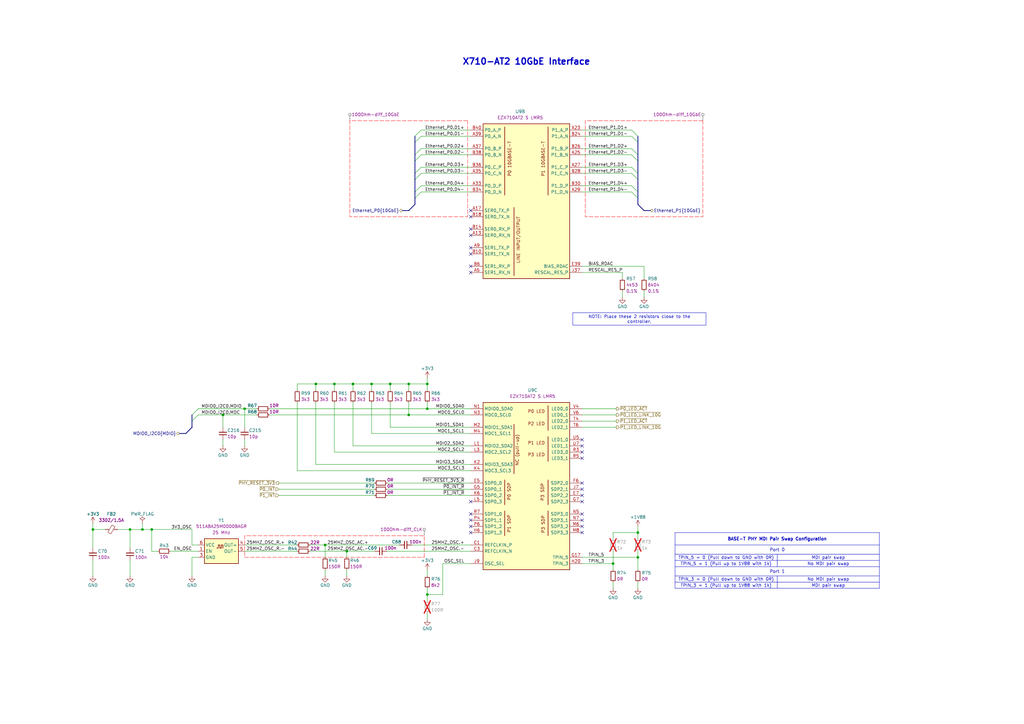
<source format=kicad_sch>
(kicad_sch (version 20250114) (generator "eeschema") (generator_version "9.0")
  (paper "A3")
  (title_block (title "OCuLink to 10GbE adapter") (date "2026-02-23") (rev "1.1.0") (company "Antmicro Ltd") (comment 1 "www.antmicro.com"))
  (lib_symbols
    (symbol "antmicroCapacitors0402:C_100n_0402" (pin_numbers (hide yes)) (pin_names (hide yes))
      (property "Reference" "C" (at 20.32 -5.08 0))
      (property "Val" "100n" (at 20.32 -7.62 0))
      (symbol "C_100n_0402_1_1"
        (pin passive line (at 0 0 0) (length 2.032) (name "~") (number "1"))
        (pin passive line (at 5.08 0 180) (length 2.032) (name "~") (number "2"))
      )
    )
    (symbol "antmicroCapacitors0402:C_10p_0402" (pin_numbers (hide yes)) (pin_names (hide yes))
      (property "Reference" "C" (at 20.32 -5.08 0))
      (property "Val" "10p" (at 20.32 -7.62 0))
      (symbol "C_10p_0402_1_1"
        (pin passive line (at 0 0 0) (length 2.032) (name "~") (number "1"))
        (pin passive line (at 5.08 0 180) (length 2.032) (name "~") (number "2"))
      )
    )
    (symbol "antmicroFerriteBeadsandChips:FB_330Z_1.5A_Murata-BLM21PG_0805" (pin_numbers (hide yes)) (pin_names (hide yes))
      (property "Reference" "FB" (at 13.97 0 0))
      (property "Val" "330Z/1.5A" (at 13.97 -5.08 0))
      (symbol "FB_330Z_1.5A_Murata-BLM21PG_0805_1_1"
        (pin passive line (at 0 0 0) (length 1.27) (name "~") (number "1"))
        (pin passive line (at 5.08 0 180) (length 1.27) (name "~") (number "2"))
      )
    )
    (symbol "antmicroInterfaceControllers:EZX710AT2_S_LMR5"
      (property "Reference" "U" (at 76.2 0 0))
      (property "MPN" "EZX710AT2 S LMR5" (at 76.2 -2.54 0))
      (symbol "EZX710AT2_S_LMR5_1_1"
        (text "PCIe" (at 21.59 -71.12 900) (effects (font (size 2.54 2.54) (thickness 0.508) (bold yes)) (justify left bottom)))
        (text "JTAG" (at 22.86 -7.112 900) (effects (font (size 1.27 1.27)) (justify left bottom)))
        (pin input line (at 0 0 0) (length 5.08) (name "~{PE_RST}") (number "R1"))
        (pin open_collector line (at 0 -2.54 0) (length 5.08) (name "~{PE_WAKE}") (number "P2"))
        (pin input line (at 0 -7.62 0) (length 5.08) (name "PE_CLK_P") (number "AA1"))
        (pin input line (at 0 -10.16 0) (length 5.08) (name "PE_CLK_N") (number "AB2"))
        (pin output line (at 0 -15.24 0) (length 5.08) (name "PET_0_P") (number "AD4"))
        (pin output line (at 0 -17.78 0) (length 5.08) (name "PET_0_N") (number "AC5"))
        (pin input line (at 0 -22.86 0) (length 5.08) (name "PER_0_P") (number "AA5"))
        (pin input line (at 0 -25.4 0) (length 5.08) (name "PER_0_N") (number "AA7"))
        (pin output line (at 0 -30.48 0) (length 5.08) (name "PET_1_P") (number "AD8"))
        (pin output line (at 0 -33.02 0) (length 5.08) (name "PET_1_N") (number "AD10"))
        (pin input line (at 0 -38.1 0) (length 5.08) (name "PER_1_P") (number "AB10"))
        (pin input line (at 0 -40.64 0) (length 5.08) (name "PER_1_N") (number "AB12"))
        (pin output line (at 0 -45.72 0) (length 5.08) (name "PET_2_P") (number "AD14"))
        (pin output line (at 0 -48.26 0) (length 5.08) (name "PET_2_N") (number "AD16"))
        (pin input line (at 0 -53.34 0) (length 5.08) (name "PER_2_P") (number "AB16"))
        (pin input line (at 0 -55.88 0) (length 5.08) (name "PER_2_N") (number "AB18"))
        (pin output line (at 0 -60.96 0) (length 5.08) (name "PET_3_P") (number "AD20"))
        (pin output line (at 0 -63.5 0) (length 5.08) (name "PET_3_N") (number "AD22"))
        (pin input line (at 0 -68.58 0) (length 5.08) (name "PER_3_P") (number "AB22"))
        (pin input line (at 0 -71.12 0) (length 5.08) (name "PER_3_N") (number "AB24"))
        (pin output line (at 0 -76.2 0) (length 5.08) (name "PET_4_P") (number "AD26"))
        (pin output line (at 0 -78.74 0) (length 5.08) (name "PET_4_N") (number "AD28"))
        (pin input line (at 0 -83.82 0) (length 5.08) (name "PER_4_P") (number "AA27"))
        (pin input line (at 0 -86.36 0) (length 5.08) (name "PER_4_N") (number "AB28"))
        (pin output line (at 0 -91.44 0) (length 5.08) (name "PET_5_P") (number "AC31"))
        (pin output line (at 0 -93.98 0) (length 5.08) (name "PET_5_N") (number "AD32"))
        (pin input line (at 0 -99.06 0) (length 5.08) (name "PER_5_P") (number "Y30"))
        (pin input line (at 0 -101.6 0) (length 5.08) (name "PER_5_N") (number "AA31"))
        (pin output line (at 0 -106.68 0) (length 5.08) (name "PET_6_P") (number "AC35"))
        (pin output line (at 0 -109.22 0) (length 5.08) (name "PET_6_N") (number "AD36"))
        (pin input line (at 0 -114.3 0) (length 5.08) (name "PER_6_P") (number "Y34"))
        (pin input line (at 0 -116.84 0) (length 5.08) (name "PER_6_N") (number "AA35"))
        (pin output line (at 0 -121.92 0) (length 5.08) (name "PET_7_P") (number "AC39"))
        (pin output line (at 0 -124.46 0) (length 5.08) (name "PET_7_N") (number "AD40"))
        (pin input line (at 0 -129.54 0) (length 5.08) (name "PER_7_P") (number "Y38"))
        (pin input line (at 0 -132.08 0) (length 5.08) (name "PER_7_N") (number "AA39"))
        (pin input line (at 35.56 0 180) (length 5.08) (name "~{JRST}") (number "V36"))
        (pin input line (at 35.56 -2.54 180) (length 5.08) (name "JTCK") (number "U37"))
        (pin input line (at 35.56 -5.08 180) (length 5.08) (name "JTMS") (number "V38"))
        (pin input line (at 35.56 -7.62 180) (length 5.08) (name "JTDI") (number "T36"))
        (pin open_collector line (at 35.56 -10.16 180) (length 5.08) (name "JTDO") (number "T38"))
        (pin passive line (at 35.56 -129.54 180) (length 5.08) (name "RBIAS") (number "Y10"))
        (pin passive line (at 35.56 -132.08 180) (length 5.08) (name "RSENSE") (number "Y12"))
      )
      (symbol "EZX710AT2_S_LMR5_2_1"
        (text "P0 10GBASE-T" (at 15.24 -19.05 900) (effects (font (size 1.27 1.27)) (justify left top)))
        (text "LINE INPUT/OUTPUT" (at 20.32 -54.61 900) (effects (font (size 1.27 1.27)) (justify left bottom)))
        (text "P1 10GBASE-T" (at 30.48 -19.05 900) (effects (font (size 1.27 1.27)) (justify left bottom)))
        (pin bidirectional line (at 0 0 0) (length 5.08) (name "P0_A_P") (number "B40"))
        (pin bidirectional line (at 0 -2.54 0) (length 5.08) (name "P0_A_N") (number "A39"))
        (pin bidirectional line (at 0 -7.62 0) (length 5.08) (name "P0_B_P") (number "A37"))
        (pin bidirectional line (at 0 -10.16 0) (length 5.08) (name "P0_B_N") (number "B38"))
        (pin bidirectional line (at 0 -15.24 0) (length 5.08) (name "P0_C_P") (number "B36"))
        (pin bidirectional line (at 0 -17.78 0) (length 5.08) (name "P0_C_N") (number "A35"))
        (pin bidirectional line (at 0 -22.86 0) (length 5.08) (name "P0_D_P") (number "A33"))
        (pin bidirectional line (at 0 -25.4 0) (length 5.08) (name "P0_D_N") (number "B34"))
        (pin output line (at 0 -33.02 0) (length 5.08) (name "SER0_TX_P") (number "A17"))
        (pin output line (at 0 -35.56 0) (length 5.08) (name "SER0_TX_N") (number "B18"))
        (pin input line (at 0 -40.64 0) (length 5.08) (name "SER0_RX_P") (number "B14"))
        (pin input line (at 0 -43.18 0) (length 5.08) (name "SER0_RX_N") (number "A13"))
        (pin output line (at 0 -48.26 0) (length 5.08) (name "SER1_TX_P") (number "A9"))
        (pin output line (at 0 -50.8 0) (length 5.08) (name "SER1_TX_N") (number "B10"))
        (pin input line (at 0 -55.88 0) (length 5.08) (name "SER1_RX_P") (number "B6"))
        (pin input line (at 0 -58.42 0) (length 5.08) (name "SER1_RX_N") (number "A5"))
        (pin bidirectional line (at 45.72 0 180) (length 5.08) (name "P1_A_P") (number "A23"))
        (pin bidirectional line (at 45.72 -2.54 180) (length 5.08) (name "P1_A_N") (number "B24"))
        (pin bidirectional line (at 45.72 -7.62 180) (length 5.08) (name "P1_B_P") (number "B26"))
        (pin bidirectional line (at 45.72 -10.16 180) (length 5.08) (name "P1_B_N") (number "A25"))
        (pin bidirectional line (at 45.72 -15.24 180) (length 5.08) (name "P1_C_P") (number "A27"))
        (pin bidirectional line (at 45.72 -17.78 180) (length 5.08) (name "P1_C_N") (number "B28"))
        (pin bidirectional line (at 45.72 -22.86 180) (length 5.08) (name "P1_D_P") (number "B30"))
        (pin bidirectional line (at 45.72 -25.4 180) (length 5.08) (name "P1_D_N") (number "A29"))
        (pin passive line (at 45.72 -55.88 180) (length 5.08) (name "BIAS_RDAC") (number "E39"))
        (pin passive line (at 45.72 -58.42 180) (length 5.08) (name "RESCAL_RES_P") (number "J37"))
      )
      (symbol "EZX710AT2_S_LMR5_3_1"
        (text "P0 SDP" (at 16.51 -37.592 900) (effects (font (size 1.27 1.27)) (justify left bottom)))
        (text "P1 SDP" (at 16.51 -50.8 900) (effects (font (size 1.27 1.27)) (justify left bottom)))
        (text "NC (pull-up)" (at 19.812 -23.368 900) (effects (font (size 1.27 1.27)) (justify left bottom)))
        (text "P3 SDP" (at 30.226 -37.846 900) (effects (font (size 1.27 1.27)) (justify left bottom)))
        (text "P0 LED" (at 30.48 -1.778 0) (effects (font (size 1.27 1.27)) (justify right bottom)))
        (text "P2 LED" (at 30.48 -6.858 0) (effects (font (size 1.27 1.27)) (justify right bottom)))
        (text "P1 LED" (at 30.48 -14.732 0) (effects (font (size 1.27 1.27)) (justify right bottom)))
        (text "P3 LED" (at 30.48 -19.558 0) (effects (font (size 1.27 1.27)) (justify right bottom)))
        (text "P3 SDP" (at 30.48 -51.054 900) (effects (font (size 1.27 1.27)) (justify left bottom)))
        (pin bidirectional line (at 0 0 0) (length 5.08) (name "MDIO0_SDA0") (number "N1"))
        (pin output line (at 0 -2.54 0) (length 5.08) (name "MDC0_SCL0") (number "N3"))
        (pin passive line (at 0 -7.62 0) (length 5.08) (name "MDIO1_SDA1") (number "M2"))
        (pin passive line (at 0 -10.16 0) (length 5.08) (name "MDC1_SCL1") (number "M4"))
        (pin passive line (at 0 -15.24 0) (length 5.08) (name "MDIO2_SDA2") (number "L1"))
        (pin passive line (at 0 -17.78 0) (length 5.08) (name "MDC2_SCL2") (number "L3"))
        (pin passive line (at 0 -22.86 0) (length 5.08) (name "MDIO3_SDA3") (number "K2"))
        (pin passive line (at 0 -25.4 0) (length 5.08) (name "MDC3_SCL3") (number "K4"))
        (pin tri_state line (at 0 -30.48 0) (length 5.08) (name "SDP0_0") (number "E5"))
        (pin tri_state line (at 0 -33.02 0) (length 5.08) (name "SDP0_1") (number "G5"))
        (pin tri_state line (at 0 -35.56 0) (length 5.08) (name "SDP0_2") (number "K6"))
        (pin passive line (at 0 -38.1 0) (length 5.08) (name "SDP0_3") (number "L5"))
        (pin passive line (at 0 -43.18 0) (length 5.08) (name "SDP1_0") (number "R7"))
        (pin passive line (at 0 -45.72 0) (length 5.08) (name "SDP1_1") (number "P4"))
        (pin passive line (at 0 -48.26 0) (length 5.08) (name "SDP1_2") (number "P6"))
        (pin passive line (at 0 -50.8 0) (length 5.08) (name "SDP1_3") (number "H6"))
        (pin input line (at 0 -55.88 0) (length 5.08) (name "REFCLKIN_P") (number "C1"))
        (pin input line (at 0 -58.42 0) (length 5.08) (name "REFCLKIN_N") (number "C3"))
        (pin tri_state line (at 0 -63.5 0) (length 5.08) (name "OSC_SEL") (number "J9"))
        (pin output line (at 45.72 0 180) (length 5.08) (name "LED0_0") (number "V4"))
        (pin output line (at 45.72 -2.54 180) (length 5.08) (name "LED0_1") (number "V6"))
        (pin output line (at 45.72 -5.08 180) (length 5.08) (name "LED2_0") (number "T4"))
        (pin output line (at 45.72 -7.62 180) (length 5.08) (name "LED2_1") (number "T6"))
        (pin passive line (at 45.72 -12.7 180) (length 5.08) (name "LED1_0") (number "U5"))
        (pin passive line (at 45.72 -15.24 180) (length 5.08) (name "LED1_1") (number "U7"))
        (pin passive line (at 45.72 -17.78 180) (length 5.08) (name "LED3_0") (number "R3"))
        (pin passive line (at 45.72 -20.32 180) (length 5.08) (name "LED3_1") (number "R5"))
        (pin passive line (at 45.72 -30.48 180) (length 5.08) (name "SDP2_0") (number "F6"))
        (pin passive line (at 45.72 -33.02 180) (length 5.08) (name "SDP2_1") (number "J7"))
        (pin passive line (at 45.72 -35.56 180) (length 5.08) (name "SDP2_2") (number "E7"))
        (pin passive line (at 45.72 -38.1 180) (length 5.08) (name "SDP2_3") (number "G7"))
        (pin passive line (at 45.72 -43.18 180) (length 5.08) (name "SDP3_0") (number "N5"))
        (pin passive line (at 45.72 -45.72 180) (length 5.08) (name "SDP3_1") (number "N7"))
        (pin passive line (at 45.72 -48.26 180) (length 5.08) (name "SDP3_2") (number "M6"))
        (pin passive line (at 45.72 -50.8 180) (length 5.08) (name "SDP3_3") (number "M8"))
        (pin passive line (at 45.72 -60.96 180) (length 5.08) (name "TPIN_5") (number "G17"))
        (pin passive line (at 45.72 -63.5 180) (length 5.08) (name "TPIN_3") (number "H20"))
      )
      (symbol "EZX710AT2_S_LMR5_4_1"
        (text "NC-SI" (at 22.86 -16.256 900) (effects (font (size 1.27 1.27)) (justify left bottom)))
        (text "SMBus" (at 27.94 -30.988 900) (effects (font (size 1.27 1.27)) (justify left top)))
        (text "Flash" (at 27.94 -47.244 900) (effects (font (size 1.27 1.27)) (justify left bottom)))
        (text "GPIO" (at 30.48 -8.636 900) (effects (font (size 1.27 1.27)) (justify left bottom)))
        (pin input line (at 0 0 0) (length 5.08) (name "NCSI_ARB_IN") (number "G3"))
        (pin output line (at 0 -2.54 0) (length 5.08) (name "NCSI_ARB_OUT") (number "F4"))
        (pin input line (at 0 -5.08 0) (length 5.08) (name "NCSI_CLK_IN") (number "H2"))
        (pin output line (at 0 -7.62 0) (length 5.08) (name "NCSI_CRS_DV") (number "J5"))
        (pin input line (at 0 -10.16 0) (length 5.08) (name "NCSI_TX_EN") (number "H4"))
        (pin input line (at 0 -15.24 0) (length 5.08) (name "NCSI_TXD_0") (number "F2"))
        (pin output line (at 0 -17.78 0) (length 5.08) (name "NCSI_RXD_0") (number "J1"))
        (pin input line (at 0 -22.86 0) (length 5.08) (name "NCSI_TXD_1") (number "G1"))
        (pin output line (at 0 -25.4 0) (length 5.08) (name "NCSI_RXD_1") (number "J3"))
        (pin tri_state line (at 0 -33.02 0) (length 5.08) (name "~{DEV_DIS}") (number "D2"))
        (pin tri_state line (at 0 -35.56 0) (length 5.08) (name "~{PCI_DIS}") (number "U3"))
        (pin input line (at 0 -40.64 0) (length 5.08) (name "MAIN_PWR_OK") (number "E3"))
        (pin tri_state line (at 0 -43.18 0) (length 5.08) (name "AUX_PWR") (number "E1"))
        (pin input line (at 0 -45.72 0) (length 5.08) (name "POR_BYPASS") (number "U39"))
        (pin input line (at 0 -48.26 0) (length 5.08) (name "LAN_PWR_GOOD") (number "AB42"))
        (pin tri_state line (at 45.72 0 180) (length 5.08) (name "GPIO_0") (number "V40"))
        (pin passive line (at 45.72 -2.54 180) (length 5.08) (name "GPIO_1") (number "W41"))
        (pin tri_state line (at 45.72 -5.08 180) (length 5.08) (name "GPIO_2") (number "Y42"))
        (pin passive line (at 45.72 -7.62 180) (length 5.08) (name "GPIO_3") (number "V42"))
        (pin passive line (at 45.72 -10.16 180) (length 5.08) (name "GPIO_4") (number "H8"))
        (pin tri_state line (at 45.72 -12.7 180) (length 5.08) (name "GPIO_5") (number "L7"))
        (pin open_collector line (at 45.72 -25.4 180) (length 5.08) (name "~{SMBALRT}") (number "U41"))
        (pin open_collector line (at 45.72 -27.94 180) (length 5.08) (name "SMBCLK") (number "R39"))
        (pin open_collector line (at 45.72 -30.48 180) (length 5.08) (name "SMBD") (number "T40"))
        (pin tri_state line (at 45.72 -40.64 180) (length 5.08) (name "~{FLSH_CE}") (number "R41"))
        (pin tri_state line (at 45.72 -43.18 180) (length 5.08) (name "FLSH_SCK") (number "P40"))
        (pin tri_state line (at 45.72 -45.72 180) (length 5.08) (name "FLSH_SI") (number "P42"))
        (pin input line (at 45.72 -48.26 180) (length 5.08) (name "FLSH_SO") (number "T42"))
      )
      (symbol "EZX710AT2_S_LMR5_5_1"
        (pin passive line (at 0 0 0) (length 5.08) (name "RSVDY24_VSS") (number "Y24"))
        (pin passive line (at 0 -5.08 0) (length 5.08) (name "RSVDY22_VSS") (number "Y22"))
        (pin passive line (at 0 -7.62 0) (length 5.08) (name "RSVDW5_VSS") (number "W5"))
        (pin passive line (at 0 -12.7 0) (length 5.08) (name "RSVDN9_VSS") (number "N9"))
        (pin passive line (at 0 -15.24 0) (length 5.08) (name "RSVDW1_VSS") (number "W1"))
        (pin passive line (at 0 -17.78 0) (length 5.08) (name "RSVDP22_VSS") (number "P22"))
        (pin passive line (at 0 -20.32 0) (length 5.08) (name "RSVDY18_VSS") (number "Y18"))
        (pin passive line (at 0 -24.13 0) (length 5.08) (name "RSVDP8_VSS") (number "P8"))
        (pin passive line (at 0 -31.75 0) (length 5.08) (name "RSVDR9_NC") (number "R9"))
        (pin passive line (at 0 -34.29 0) (length 5.08) (name "RSVDU9_NC") (number "U9"))
        (pin passive line (at 0 -36.83 0) (length 5.08) (name "RSVDK24_NC") (number "K24"))
        (pin passive line (at 0 -39.37 0) (length 5.08) (name "RSVDL25_NC") (number "L25"))
        (pin passive line (at 43.18 0 180) (length 5.08) (name "DEBUG_Y16") (number "Y16"))
        (pin passive line (at 43.18 -2.54 180) (length 5.08) (name "DEBUG_W7") (number "W7"))
        (pin passive line (at 43.18 -5.08 180) (length 5.08) (name "DEBUG_Y20") (number "Y20"))
        (pin passive line (at 43.18 -10.16 180) (length 5.08) (name "RSVDW25_NC") (number "W25"))
        (pin passive line (at 43.18 -12.7 180) (length 5.08) (name "RSVDW27_NC") (number "W27"))
        (pin passive line (at 43.18 -15.24 180) (length 5.08) (name "RSVDV22_NC") (number "V22"))
        (pin passive line (at 43.18 -17.78 180) (length 5.08) (name "RSVDV24_NC") (number "V24"))
        (pin passive line (at 43.18 -20.32 180) (length 5.08) (name "RSVDV26_NC") (number "V26"))
        (pin passive line (at 43.18 -22.86 180) (length 5.08) (name "RSVDV28_NC") (number "V28"))
        (pin passive line (at 43.18 -25.4 180) (length 5.08) (name "RSVDU23_NC") (number "U23"))
        (pin passive line (at 43.18 -27.94 180) (length 5.08) (name "RSVDU25_NC") (number "U25"))
        (pin passive line (at 43.18 -30.48 180) (length 5.08) (name "RSVDU27_NC") (number "U27"))
        (pin passive line (at 43.18 -33.02 180) (length 5.08) (name "RSVDU29_NC") (number "U29"))
        (pin passive line (at 43.18 -35.56 180) (length 5.08) (name "RSVDT22_NC") (number "T22"))
        (pin passive line (at 43.18 -38.1 180) (length 5.08) (name "RSVDT24_NC") (number "T24"))
        (pin passive line (at 43.18 -40.64 180) (length 5.08) (name "RSVDT26_NC") (number "T26"))
        (pin passive line (at 43.18 -43.18 180) (length 5.08) (name "RSVDT28_NC") (number "T28"))
        (pin passive line (at 43.18 -45.72 180) (length 5.08) (name "RSVDR23_NC") (number "R23"))
        (pin passive line (at 43.18 -48.26 180) (length 5.08) (name "RSVDR25_NC") (number "R25"))
        (pin passive line (at 43.18 -50.8 180) (length 5.08) (name "RSVDR27_NC") (number "R27"))
        (pin passive line (at 43.18 -53.34 180) (length 5.08) (name "RSVDP24_NC") (number "P24"))
        (pin passive line (at 43.18 -55.88 180) (length 5.08) (name "RSVDP26_NC") (number "P26"))
        (pin passive line (at 43.18 -58.42 180) (length 5.08) (name "RSVDP28_NC") (number "P28"))
        (pin passive line (at 43.18 -60.96 180) (length 5.08) (name "RSVDN23_NC") (number "N23"))
        (pin passive line (at 43.18 -63.5 180) (length 5.08) (name "RSVDN25_NC") (number "N25"))
        (pin passive line (at 43.18 -66.04 180) (length 5.08) (name "RSVDN27_NC") (number "N27"))
        (pin passive line (at 43.18 -68.58 180) (length 5.08) (name "RSVDM22_NC") (number "M22"))
        (pin passive line (at 43.18 -71.12 180) (length 5.08) (name "RSVDM24_NC") (number "M24"))
        (pin passive line (at 43.18 -73.66 180) (length 5.08) (name "RSVDM26_NC") (number "M26"))
        (pin passive line (at 43.18 -76.2 180) (length 5.08) (name "RSVDM28_NC") (number "M28"))
        (pin passive line (at 43.18 -78.74 180) (length 5.08) (name "RSVDL23_NC") (number "L23"))
        (pin passive line (at 43.18 -81.28 180) (length 5.08) (name "RSVDL27_NC") (number "L27"))
        (pin passive line (at 43.18 -83.82 180) (length 5.08) (name "RSVDK22_NC") (number "K22"))
        (pin passive line (at 43.18 -86.36 180) (length 5.08) (name "RSVDJ23_NC") (number "J23"))
        (pin passive line (at 43.18 -88.9 180) (length 5.08) (name "RSVDJ25_NC") (number "J25"))
        (pin passive line (at 43.18 -91.44 180) (length 5.08) (name "RSVDW23_NC") (number "W23"))
      )
      (symbol "EZX710AT2_S_LMR5_6_1"
        (text "MDIO" (at 22.86 -33.02 900) (effects (font (size 1.27 1.27)) (justify left bottom)))
        (text "RST" (at 22.86 -58.928 900) (effects (font (size 1.27 1.27)) (justify left bottom)))
        (text "JTAG" (at 22.86 -72.39 900) (effects (font (size 1.27 1.27)) (justify left bottom)))
        (text "XTAL IN" (at 25.4 -7.366 900) (effects (font (size 1.27 1.27)) (justify left bottom)))
        (text "XTAL PTP" (at 25.4 -18.288 900) (effects (font (size 1.27 1.27)) (justify left bottom)))
        (text "SYNCE / IEEE1588" (at 31.75 -34.29 900) (effects (font (size 1.27 1.27)) (justify left bottom)))
        (pin input line (at 0 0 0) (length 5.08) (name "XTAL_P") (number "D42"))
        (pin input line (at 0 -2.54 0) (length 5.08) (name "XTAL_N") (number "E41"))
        (pin passive line (at 0 -5.08 0) (length 5.08) (name "XTAL_BYPASS") (number "D10"))
        (pin input line (at 0 -7.62 0) (length 5.08) (name "REFCLK_SEL") (number "D4"))
        (pin passive line (at 0 -12.7 0) (length 5.08) (name "XTAL_PTP_XTAL_P") (number "J41"))
        (pin passive line (at 0 -15.24 0) (length 5.08) (name "XTAL_PTP_XTAL_N") (number "H42"))
        (pin passive line (at 0 -20.32 0) (length 5.08) (name "RSVDK30_NC") (number "K30"))
        (pin passive line (at 0 -22.86 0) (length 5.08) (name "RSVDK32_NC") (number "K32"))
        (pin input line (at 0 -27.94 0) (length 5.08) (name "MDC") (number "L41"))
        (pin bidirectional line (at 0 -30.48 0) (length 5.08) (name "MDIO") (number "M42"))
        (pin passive line (at 0 -33.02 0) (length 5.08) (name "RSVDL33") (number "L33"))
        (pin passive line (at 0 -38.1 0) (length 5.08) (name "RSVDR33_NC") (number "R33"))
        (pin passive line (at 0 -40.64 0) (length 5.08) (name "RSVDM34_NC") (number "M34"))
        (pin passive line (at 0 -43.18 0) (length 5.08) (name "RSVDP34_NC") (number "P34"))
        (pin passive line (at 0 -45.72 0) (length 5.08) (name "RSVDN33_NC") (number "N33"))
        (pin passive line (at 0 -48.26 0) (length 5.08) (name "RSVDJ17_VSS") (number "J17"))
        (pin passive line (at 0 -50.8 0) (length 5.08) (name "RSVD_J11_VSS") (number "J11"))
        (pin input line (at 0 -55.88 0) (length 5.08) (name "~{RESET}") (number "D12"))
        (pin passive line (at 0 -58.42 0) (length 5.08) (name "RSVDJ13_VSS") (number "J13"))
        (pin input line (at 0 -63.5 0) (length 5.08) (name "~{PHY_TRST}") (number "D18"))
        (pin input line (at 0 -66.04 0) (length 5.08) (name "PHY_TCK") (number "E17"))
        (pin input line (at 0 -68.58 0) (length 5.08) (name "PHY_TMS") (number "D16"))
        (pin input line (at 0 -71.12 0) (length 5.08) (name "PHY_TDI") (number "E15"))
        (pin open_collector line (at 0 -73.66 0) (length 5.08) (name "PHY_TDO") (number "F16"))
        (pin input line (at 0 -76.2 0) (length 5.08) (name "RSVDD14") (number "D14"))
        (pin passive line (at 55.88 0 180) (length 5.08) (name "P0_INT_MLC") (number "M40"))
        (pin passive line (at 55.88 -2.54 180) (length 5.08) (name "P1_INT_MLC") (number "F14"))
        (pin passive line (at 55.88 -7.62 180) (length 5.08) (name "P0_PTP_SYNC0") (number "N39"))
        (pin passive line (at 55.88 -10.16 180) (length 5.08) (name "P0_PTP_SYNC1") (number "N41"))
        (pin passive line (at 55.88 -12.7 180) (length 5.08) (name "P1_PTP_SYNC0") (number "H10"))
        (pin passive line (at 55.88 -15.24 180) (length 5.08) (name "P1_PTP_SYNC1") (number "H12"))
        (pin output line (at 55.88 -20.32 180) (length 5.08) (name "SYNCE_CLKOUT_0") (number "G9"))
        (pin output line (at 55.88 -22.86 180) (length 5.08) (name "SYNCE_CLKOUT_1") (number "F10"))
        (pin output line (at 55.88 -25.4 180) (length 5.08) (name "SYNCE_CLKOUT_2") (number "G11"))
        (pin output line (at 55.88 -27.94 180) (length 5.08) (name "SYNCE_CLKOUT_3") (number "E13"))
        (pin output line (at 55.88 -33.02 180) (length 5.08) (name "SYNCE_LOCK_0") (number "F8"))
        (pin output line (at 55.88 -35.56 180) (length 5.08) (name "SYNCE_LOCK_1") (number "E9"))
        (pin output line (at 55.88 -38.1 180) (length 5.08) (name "SYNCE_LOCK_2") (number "E11"))
        (pin output line (at 55.88 -40.64 180) (length 5.08) (name "SYNCE_LOCK_3") (number "F12"))
        (pin passive line (at 55.88 -45.72 180) (length 5.08) (name "RSVDH40_VSS") (number "H40"))
        (pin passive line (at 55.88 -48.26 180) (length 5.08) (name "RSVDK40_1P88V") (number "K40"))
        (pin passive line (at 55.88 -50.8 180) (length 5.08) (name "RSVDK42_VSS") (number "K42"))
        (pin passive line (at 55.88 -53.34 180) (length 5.08) (name "RSVDP38_VSS") (number "P38"))
        (pin passive line (at 55.88 -55.88 180) (length 5.08) (name "RSVDN37_VSS") (number "N37"))
        (pin passive line (at 55.88 -58.42 180) (length 5.08) (name "RSVDL37_VSS") (number "L37"))
        (pin passive line (at 55.88 -63.5 180) (length 5.08) (name "RSVDL35_NC") (number "L35"))
        (pin passive line (at 55.88 -66.04 180) (length 5.08) (name "RSVDM36_NC") (number "M36"))
        (pin passive line (at 55.88 -68.58 180) (length 5.08) (name "RSVDN35_NC") (number "N35"))
        (pin passive line (at 55.88 -71.12 180) (length 5.08) (name "RSVDP36_NC") (number "P36"))
        (pin passive line (at 55.88 -73.66 180) (length 5.08) (name "RSVDR37_NC") (number "R37"))
        (pin passive line (at 55.88 -76.2 180) (length 5.08) (name "RSVDH16_NC") (number "H16"))
        (pin passive line (at 55.88 -78.74 180) (length 5.08) (name "RSVDG15_NC") (number "G15"))
        (pin passive line (at 55.88 -81.28 180) (length 5.08) (name "RSVDJ15_NC") (number "J15"))
        (pin passive line (at 55.88 -83.82 180) (length 5.08) (name "RSVDH14_NC") (number "H14"))
        (pin passive line (at 55.88 -86.36 180) (length 5.08) (name "RSVDG13_NC") (number "G13"))
      )
      (symbol "EZX710AT2_S_LMR5_7_1"
        (pin passive line (at 0 0 0) (length 5.08) (name "RSVDE19_1P88V") (number "E19"))
        (pin passive line (at 0 -2.54 0) (length 5.08) (name "RSVDD8_1P88V") (number "D8"))
        (pin passive line (at 0 -5.08 0) (length 5.08) (name "RSVDJ19_VSS") (number "J19"))
        (pin passive line (at 0 -7.62 0) (length 5.08) (name "RSVDJ21_VSS") (number "J21"))
        (pin passive line (at 0 -10.16 0) (length 5.08) (name "RSVH18_VSS") (number "H18"))
        (pin passive line (at 0 -12.7 0) (length 5.08) (name "RSVDH22_VSS") (number "H22"))
        (pin passive line (at 0 -15.24 0) (length 5.08) (name "RSVDG19_VSS") (number "G19"))
        (pin passive line (at 0 -17.78 0) (length 5.08) (name "RSVDG21_VSS") (number "G21"))
        (pin passive line (at 0 -20.32 0) (length 5.08) (name "RSVDF18_VSS") (number "F18"))
        (pin passive line (at 0 -22.86 0) (length 5.08) (name "RSVDF20_VSS") (number "F20"))
        (pin passive line (at 0 -25.4 0) (length 5.08) (name "RSVDF22_VSS") (number "F22"))
        (pin passive line (at 0 -27.94 0) (length 5.08) (name "RSVDE21_VSS") (number "E21"))
        (pin passive line (at 0 -30.48 0) (length 5.08) (name "RSVDE23_VSS") (number "E23"))
        (pin passive line (at 0 -33.02 0) (length 5.08) (name "RSVDE25_VSS") (number "E25"))
        (pin passive line (at 0 -35.56 0) (length 5.08) (name "RSVDD22_VSS") (number "D22"))
        (pin passive line (at 0 -38.1 0) (length 5.08) (name "RSVDG23_VSS") (number "G23"))
        (pin passive line (at 0 -40.64 0) (length 5.08) (name "RSVDH24_VSS") (number "H24"))
        (pin passive line (at 0 -45.72 0) (length 5.08) (name "RSVDK34_NC") (number "K34"))
        (pin passive line (at 0 -48.26 0) (length 5.08) (name "RSVDK36_NC") (number "K36"))
        (pin passive line (at 0 -50.8 0) (length 5.08) (name "RSVDK26_NC") (number "K26"))
        (pin passive line (at 0 -53.34 0) (length 5.08) (name "RSVDK28_NC") (number "K28"))
        (pin passive line (at 0 -58.42 0) (length 5.08) (name "RSVDD20_NC") (number "D20"))
        (pin passive line (at 0 -60.96 0) (length 5.08) (name "RSVDC21_NC") (number "C21"))
        (pin passive line (at 0 -66.04 0) (length 5.08) (name "RSVDB42_NC") (number "B42"))
        (pin passive line (at 0 -68.58 0) (length 5.08) (name "RSVDA41_NC") (number "A41"))
        (pin passive line (at 43.18 0 180) (length 5.08) (name "RSVDL29_NC") (number "L29"))
        (pin passive line (at 43.18 -2.54 180) (length 5.08) (name "RSVDM32_NC") (number "M32"))
        (pin passive line (at 43.18 -5.08 180) (length 5.08) (name "RSVDM30_NC") (number "M30"))
        (pin passive line (at 43.18 -7.62 180) (length 5.08) (name "RSVDN31_NC") (number "N31"))
        (pin passive line (at 43.18 -10.16 180) (length 5.08) (name "RSVDN29_NC") (number "N29"))
        (pin passive line (at 43.18 -12.7 180) (length 5.08) (name "RSVDP32_NC") (number "P32"))
        (pin passive line (at 43.18 -15.24 180) (length 5.08) (name "RSVDP30_NC") (number "P30"))
        (pin passive line (at 43.18 -17.78 180) (length 5.08) (name "RSVDR31_NC") (number "R31"))
        (pin passive line (at 43.18 -20.32 180) (length 5.08) (name "RSVDR29_NC") (number "R29"))
        (pin passive line (at 43.18 -22.86 180) (length 5.08) (name "RSVDT32_NC") (number "T32"))
        (pin passive line (at 43.18 -25.4 180) (length 5.08) (name "RSVDT30_NC") (number "T30"))
        (pin passive line (at 43.18 -27.94 180) (length 5.08) (name "RSVDU35_NC") (number "U35"))
        (pin passive line (at 43.18 -30.48 180) (length 5.08) (name "RSVDU33_NC") (number "U33"))
        (pin passive line (at 43.18 -33.02 180) (length 5.08) (name "RSVDU31_NC") (number "U31"))
        (pin passive line (at 43.18 -35.56 180) (length 5.08) (name "RSVDV34_NC") (number "V34"))
        (pin passive line (at 43.18 -38.1 180) (length 5.08) (name "RSVDV32_NC") (number "V32"))
        (pin passive line (at 43.18 -40.64 180) (length 5.08) (name "RSVDV30_NC") (number "V30"))
        (pin passive line (at 43.18 -45.72 180) (length 5.08) (name "RSVDL31_VSS") (number "L31"))
        (pin passive line (at 43.18 -50.8 180) (length 5.08) (name "RSVDD6_VSS") (number "D6"))
        (pin passive line (at 43.18 -53.34 180) (length 5.08) (name "RSVDF38_VSS") (number "F38"))
        (pin passive line (at 43.18 -55.88 180) (length 5.08) (name "RSVDD32_NC") (number "D32"))
        (pin passive line (at 43.18 -58.42 180) (length 5.08) (name "RSVDJ39_NC") (number "J39"))
      )
      (symbol "EZX710AT2_S_LMR5_8_1"
        (text "Power supply" (at 19.05 -1.27 0) (effects (font (size 1.27 1.27)) (justify left bottom)))
        (text "GND" (at 30.48 -49.53 900) (effects (font (size 1.27 1.27)) (justify left bottom)))
        (pin power_in line (at 0 0 0) (length 5.08) (name "DVDD") (number "G27"))
        (pin passive line (at 0 0 0) (length 5.08) (hide yes) (name "DVDD") (number "G29"))
        (pin passive line (at 0 0 0) (length 5.08) (hide yes) (name "DVDD") (number "G31"))
        (pin passive line (at 0 0 0) (length 5.08) (hide yes) (name "DVDD") (number "G33"))
        (pin passive line (at 0 0 0) (length 5.08) (hide yes) (name "DVDD") (number "G35"))
        (pin power_in line (at 0 -5.08 0) (length 5.08) (name "VDDIO1") (number "G25"))
        (pin passive line (at 0 -5.08 0) (length 5.08) (hide yes) (name "VDDIO1") (number "G37"))
        (pin power_in line (at 0 -7.62 0) (length 5.08) (name "VDDIO2") (number "L39"))
        (pin power_in line (at 0 -10.16 0) (length 5.08) (name "VDDP2") (number "M38"))
        (pin power_in line (at 0 -15.24 0) (length 5.08) (name "XGB_AVDDH") (number "D34"))
        (pin power_in line (at 0 -20.32 0) (length 5.08) (name "BIAS_AVDDH") (number "D30"))
        (pin power_in line (at 0 -22.86 0) (length 5.08) (name "P0_AVDDH") (number "E35"))
        (pin passive line (at 0 -22.86 0) (length 5.08) (hide yes) (name "P0_AVDDH") (number "E37"))
        (pin power_in line (at 0 -25.4 0) (length 5.08) (name "P1_AVDDH") (number "E27"))
        (pin passive line (at 0 -25.4 0) (length 5.08) (hide yes) (name "P1_AVDDH") (number "E29"))
        (pin power_in line (at 0 -30.48 0) (length 5.08) (name "P0_AVDDL") (number "C33"))
        (pin passive line (at 0 -30.48 0) (length 5.08) (hide yes) (name "P0_AVDDL") (number "C35"))
        (pin passive line (at 0 -30.48 0) (length 5.08) (hide yes) (name "P0_AVDDL") (number "C37"))
        (pin passive line (at 0 -30.48 0) (length 5.08) (hide yes) (name "P0_AVDDL") (number "C39"))
        (pin power_in line (at 0 -35.56 0) (length 5.08) (name "P1_AVDDL") (number "C23"))
        (pin passive line (at 0 -35.56 0) (length 5.08) (hide yes) (name "P1_AVDDL") (number "C25"))
        (pin passive line (at 0 -35.56 0) (length 5.08) (hide yes) (name "P1_AVDDL") (number "C27"))
        (pin passive line (at 0 -35.56 0) (length 5.08) (hide yes) (name "P1_AVDDL") (number "C29"))
        (pin power_in line (at 0 -40.64 0) (length 5.08) (name "XFI_VDD") (number "J27"))
        (pin passive line (at 0 -40.64 0) (length 5.08) (hide yes) (name "XFI_VDD") (number "J29"))
        (pin passive line (at 0 -40.64 0) (length 5.08) (hide yes) (name "XFI_VDD") (number "J31"))
        (pin passive line (at 0 -40.64 0) (length 5.08) (hide yes) (name "XFI_VDD") (number "J35"))
        (pin power_in line (at 0 -45.72 0) (length 5.08) (name "XFI_PVDD") (number "J33"))
        (pin power_in line (at 0 -50.8 0) (length 5.08) (name "PLL_VDD") (number "G39"))
        (pin power_in line (at 50.8 0 180) (length 5.08) (name "VCCA") (number "L11"))
        (pin passive line (at 50.8 0 180) (length 5.08) (hide yes) (name "VCCA") (number "L13"))
        (pin passive line (at 50.8 0 180) (length 5.08) (hide yes) (name "VCCA") (number "L15"))
        (pin passive line (at 50.8 0 180) (length 5.08) (hide yes) (name "VCCA") (number "L17"))
        (pin passive line (at 50.8 0 180) (length 5.08) (hide yes) (name "VCCA") (number "N11"))
        (pin passive line (at 50.8 0 180) (length 5.08) (hide yes) (name "VCCA") (number "N13"))
        (pin passive line (at 50.8 0 180) (length 5.08) (hide yes) (name "VCCA") (number "N15"))
        (pin passive line (at 50.8 0 180) (length 5.08) (hide yes) (name "VCCA") (number "W13"))
        (pin passive line (at 50.8 0 180) (length 5.08) (hide yes) (name "VCCA") (number "W15"))
        (pin passive line (at 50.8 0 180) (length 5.08) (hide yes) (name "VCCA") (number "W17"))
        (pin passive line (at 50.8 0 180) (length 5.08) (hide yes) (name "VCCA") (number "W19"))
        (pin passive line (at 50.8 0 180) (length 5.08) (hide yes) (name "VCCA") (number "W21"))
        (pin power_in line (at 50.8 -5.08 180) (length 5.08) (name "VCCD") (number "L19"))
        (pin passive line (at 50.8 -5.08 180) (length 5.08) (hide yes) (name "VCCD") (number "L21"))
        (pin passive line (at 50.8 -5.08 180) (length 5.08) (hide yes) (name "VCCD") (number "N17"))
        (pin passive line (at 50.8 -5.08 180) (length 5.08) (hide yes) (name "VCCD") (number "N19"))
        (pin passive line (at 50.8 -5.08 180) (length 5.08) (hide yes) (name "VCCD") (number "N21"))
        (pin passive line (at 50.8 -5.08 180) (length 5.08) (hide yes) (name "VCCD") (number "R13"))
        (pin passive line (at 50.8 -5.08 180) (length 5.08) (hide yes) (name "VCCD") (number "R15"))
        (pin passive line (at 50.8 -5.08 180) (length 5.08) (hide yes) (name "VCCD") (number "R17"))
        (pin passive line (at 50.8 -5.08 180) (length 5.08) (hide yes) (name "VCCD") (number "R19"))
        (pin passive line (at 50.8 -5.08 180) (length 5.08) (hide yes) (name "VCCD") (number "R21"))
        (pin passive line (at 50.8 -5.08 180) (length 5.08) (hide yes) (name "VCCD") (number "U11"))
        (pin passive line (at 50.8 -5.08 180) (length 5.08) (hide yes) (name "VCCD") (number "U13"))
        (pin passive line (at 50.8 -5.08 180) (length 5.08) (hide yes) (name "VCCD") (number "U15"))
        (pin passive line (at 50.8 -5.08 180) (length 5.08) (hide yes) (name "VCCD") (number "U17"))
        (pin passive line (at 50.8 -5.08 180) (length 5.08) (hide yes) (name "VCCD") (number "U19"))
        (pin power_in line (at 50.8 -7.62 180) (length 5.08) (name "VCCD_A") (number "W9"))
        (pin passive line (at 50.8 -10.16 180) (length 5.08) (name "RSVDT8_VCCD") (number "T8"))
        (pin passive line (at 50.8 -15.24 180) (length 5.08) (hide yes) (name "VCC3P3") (number "R11"))
        (pin passive line (at 50.8 -15.24 180) (length 5.08) (hide yes) (name "VCC3P3") (number "T34"))
        (pin power_in line (at 50.8 -15.24 180) (length 5.08) (name "VCC3P3") (number "U21"))
        (pin power_in line (at 50.8 -17.78 180) (length 5.08) (name "VCC3P3_A") (number "W11"))
        (pin power_in line (at 50.8 -20.32 180) (length 5.08) (name "VCC3P3_TX") (number "L9"))
        (pin power_in line (at 50.8 -25.4 180) (length 5.08) (name "VCC3P3_SVR") (number "T2"))
        (pin passive line (at 50.8 -27.94 180) (length 5.08) (name "SVR_IND") (number "V2"))
        (pin passive line (at 50.8 -33.02 180) (length 5.08) (name "RSVDV8_NC") (number "V8"))
        (pin passive line (at 50.8 -35.56 180) (length 5.08) (name "RSVDV10_NC") (number "V10"))
        (pin passive line (at 50.8 -40.64 180) (length 5.08) (hide yes) (name "VSSA") (number "A11"))
        (pin passive line (at 50.8 -40.64 180) (length 5.08) (hide yes) (name "VSSA") (number "A15"))
        (pin passive line (at 50.8 -40.64 180) (length 5.08) (hide yes) (name "VSSA") (number "A19"))
        (pin power_in line (at 50.8 -40.64 180) (length 5.08) (name "VSSA") (number "A3"))
        (pin passive line (at 50.8 -40.64 180) (length 5.08) (hide yes) (name "VSSA") (number "A7"))
        (pin passive line (at 50.8 -40.64 180) (length 5.08) (hide yes) (name "VSSA") (number "AA11"))
        (pin passive line (at 50.8 -40.64 180) (length 5.08) (hide yes) (name "VSSA") (number "AA13"))
        (pin passive line (at 50.8 -40.64 180) (length 5.08) (hide yes) (name "VSSA") (number "AA15"))
        (pin passive line (at 50.8 -40.64 180) (length 5.08) (hide yes) (name "VSSA") (number "AA17"))
        (pin passive line (at 50.8 -40.64 180) (length 5.08) (hide yes) (name "VSSA") (number "AA19"))
        (pin passive line (at 50.8 -40.64 180) (length 5.08) (hide yes) (name "VSSA") (number "AA21"))
        (pin passive line (at 50.8 -40.64 180) (length 5.08) (hide yes) (name "VSSA") (number "AA23"))
        (pin passive line (at 50.8 -40.64 180) (length 5.08) (hide yes) (name "VSSA") (number "AA25"))
        (pin passive line (at 50.8 -40.64 180) (length 5.08) (hide yes) (name "VSSA") (number "AA29"))
        (pin passive line (at 50.8 -40.64 180) (length 5.08) (hide yes) (name "VSSA") (number "AA3"))
        (pin passive line (at 50.8 -40.64 180) (length 5.08) (hide yes) (name "VSSA") (number "AA33"))
        (pin passive line (at 50.8 -40.64 180) (length 5.08) (hide yes) (name "VSSA") (number "AA37"))
        (pin passive line (at 50.8 -40.64 180) (length 5.08) (hide yes) (name "VSSA") (number "AA41"))
        (pin passive line (at 50.8 -40.64 180) (length 5.08) (hide yes) (name "VSSA") (number "AA9"))
        (pin passive line (at 50.8 -40.64 180) (length 5.08) (hide yes) (name "VSSA") (number "AB14"))
        (pin passive line (at 50.8 -40.64 180) (length 5.08) (hide yes) (name "VSSA") (number "AB20"))
        (pin passive line (at 50.8 -40.64 180) (length 5.08) (hide yes) (name "VSSA") (number "AB26"))
        (pin passive line (at 50.8 -40.64 180) (length 5.08) (hide yes) (name "VSSA") (number "AB30"))
        (pin passive line (at 50.8 -40.64 180) (length 5.08) (hide yes) (name "VSSA") (number "AB32"))
        (pin passive line (at 50.8 -40.64 180) (length 5.08) (hide yes) (name "VSSA") (number "AB34"))
        (pin passive line (at 50.8 -40.64 180) (length 5.08) (hide yes) (name "VSSA") (number "AB36"))
        (pin passive line (at 50.8 -40.64 180) (length 5.08) (hide yes) (name "VSSA") (number "AB38"))
        (pin passive line (at 50.8 -40.64 180) (length 5.08) (hide yes) (name "VSSA") (number "AB4"))
        (pin passive line (at 50.8 -40.64 180) (length 5.08) (hide yes) (name "VSSA") (number "AB40"))
        (pin passive line (at 50.8 -40.64 180) (length 5.08) (hide yes) (name "VSSA") (number "AB6"))
        (pin passive line (at 50.8 -40.64 180) (length 5.08) (hide yes) (name "VSSA") (number "AB8"))
        (pin passive line (at 50.8 -40.64 180) (length 5.08) (hide yes) (name "VSSA") (number "AC1"))
        (pin passive line (at 50.8 -40.64 180) (length 5.08) (hide yes) (name "VSSA") (number "AC11"))
        (pin passive line (at 50.8 -40.64 180) (length 5.08) (hide yes) (name "VSSA") (number "AC13"))
        (pin passive line (at 50.8 -40.64 180) (length 5.08) (hide yes) (name "VSSA") (number "AC15"))
        (pin passive line (at 50.8 -40.64 180) (length 5.08) (hide yes) (name "VSSA") (number "AC17"))
        (pin passive line (at 50.8 -40.64 180) (length 5.08) (hide yes) (name "VSSA") (number "AC19"))
        (pin passive line (at 50.8 -40.64 180) (length 5.08) (hide yes) (name "VSSA") (number "AC21"))
        (pin passive line (at 50.8 -40.64 180) (length 5.08) (hide yes) (name "VSSA") (number "AC23"))
        (pin passive line (at 50.8 -40.64 180) (length 5.08) (hide yes) (name "VSSA") (number "AC25"))
        (pin passive line (at 50.8 -40.64 180) (length 5.08) (hide yes) (name "VSSA") (number "AC27"))
        (pin passive line (at 50.8 -40.64 180) (length 5.08) (hide yes) (name "VSSA") (number "AC29"))
        (pin passive line (at 50.8 -40.64 180) (length 5.08) (hide yes) (name "VSSA") (number "AC3"))
        (pin passive line (at 50.8 -40.64 180) (length 5.08) (hide yes) (name "VSSA") (number "AC33"))
        (pin passive line (at 50.8 -40.64 180) (length 5.08) (hide yes) (name "VSSA") (number "AC37"))
        (pin passive line (at 50.8 -40.64 180) (length 5.08) (hide yes) (name "VSSA") (number "AC41"))
        (pin passive line (at 50.8 -40.64 180) (length 5.08) (hide yes) (name "VSSA") (number "AC7"))
        (pin passive line (at 50.8 -40.64 180) (length 5.08) (hide yes) (name "VSSA") (number "AC9"))
        (pin passive line (at 50.8 -40.64 180) (length 5.08) (hide yes) (name "VSSA") (number "AD12"))
        (pin passive line (at 50.8 -40.64 180) (length 5.08) (hide yes) (name "VSSA") (number "AD18"))
        (pin passive line (at 50.8 -40.64 180) (length 5.08) (hide yes) (name "VSSA") (number "AD2"))
        (pin passive line (at 50.8 -40.64 180) (length 5.08) (hide yes) (name "VSSA") (number "AD24"))
        (pin passive line (at 50.8 -40.64 180) (length 5.08) (hide yes) (name "VSSA") (number "AD30"))
        (pin passive line (at 50.8 -40.64 180) (length 5.08) (hide yes) (name "VSSA") (number "AD34"))
        (pin passive line (at 50.8 -40.64 180) (length 5.08) (hide yes) (name "VSSA") (number "AD38"))
        (pin passive line (at 50.8 -40.64 180) (length 5.08) (hide yes) (name "VSSA") (number "AD42"))
        (pin passive line (at 50.8 -40.64 180) (length 5.08) (hide yes) (name "VSSA") (number "AD6"))
        (pin passive line (at 50.8 -40.64 180) (length 5.08) (hide yes) (name "VSSA") (number "B12"))
        (pin passive line (at 50.8 -40.64 180) (length 5.08) (hide yes) (name "VSSA") (number "B16"))
        (pin passive line (at 50.8 -40.64 180) (length 5.08) (hide yes) (name "VSSA") (number "B2"))
        (pin passive line (at 50.8 -40.64 180) (length 5.08) (hide yes) (name "VSSA") (number "B20"))
        (pin passive line (at 50.8 -40.64 180) (length 5.08) (hide yes) (name "VSSA") (number "B4"))
        (pin passive line (at 50.8 -40.64 180) (length 5.08) (hide yes) (name "VSSA") (number "B8"))
        (pin passive line (at 50.8 -40.64 180) (length 5.08) (hide yes) (name "VSSA") (number "C11"))
        (pin passive line (at 50.8 -40.64 180) (length 5.08) (hide yes) (name "VSSA") (number "C13"))
        (pin passive line (at 50.8 -40.64 180) (length 5.08) (hide yes) (name "VSSA") (number "C15"))
        (pin passive line (at 50.8 -40.64 180) (length 5.08) (hide yes) (name "VSSA") (number "C17"))
        (pin passive line (at 50.8 -40.64 180) (length 5.08) (hide yes) (name "VSSA") (number "C19"))
        (pin passive line (at 50.8 -40.64 180) (length 5.08) (hide yes) (name "VSSA") (number "C5"))
        (pin passive line (at 50.8 -40.64 180) (length 5.08) (hide yes) (name "VSSA") (number "C7"))
        (pin passive line (at 50.8 -40.64 180) (length 5.08) (hide yes) (name "VSSA") (number "C9"))
        (pin passive line (at 50.8 -40.64 180) (length 5.08) (hide yes) (name "VSSA") (number "H26"))
        (pin passive line (at 50.8 -40.64 180) (length 5.08) (hide yes) (name "VSSA") (number "H28"))
        (pin passive line (at 50.8 -40.64 180) (length 5.08) (hide yes) (name "VSSA") (number "H30"))
        (pin passive line (at 50.8 -40.64 180) (length 5.08) (hide yes) (name "VSSA") (number "H32"))
        (pin passive line (at 50.8 -40.64 180) (length 5.08) (hide yes) (name "VSSA") (number "H34"))
        (pin passive line (at 50.8 -40.64 180) (length 5.08) (hide yes) (name "VSSA") (number "H36"))
        (pin passive line (at 50.8 -40.64 180) (length 5.08) (hide yes) (name "VSSA") (number "H38"))
        (pin passive line (at 50.8 -40.64 180) (length 5.08) (hide yes) (name "VSSA") (number "K10"))
        (pin passive line (at 50.8 -40.64 180) (length 5.08) (hide yes) (name "VSSA") (number "K12"))
        (pin passive line (at 50.8 -40.64 180) (length 5.08) (hide yes) (name "VSSA") (number "K14"))
        (pin passive line (at 50.8 -40.64 180) (length 5.08) (hide yes) (name "VSSA") (number "K16"))
        (pin passive line (at 50.8 -40.64 180) (length 5.08) (hide yes) (name "VSSA") (number "K38"))
        (pin passive line (at 50.8 -40.64 180) (length 5.08) (hide yes) (name "VSSA") (number "K8"))
        (pin passive line (at 50.8 -40.64 180) (length 5.08) (hide yes) (name "VSSA") (number "M10"))
        (pin passive line (at 50.8 -40.64 180) (length 5.08) (hide yes) (name "VSSA") (number "M12"))
        (pin passive line (at 50.8 -40.64 180) (length 5.08) (hide yes) (name "VSSA") (number "M14"))
        (pin passive line (at 50.8 -40.64 180) (length 5.08) (hide yes) (name "VSSA") (number "M16"))
        (pin passive line (at 50.8 -40.64 180) (length 5.08) (hide yes) (name "VSSA") (number "V12"))
        (pin passive line (at 50.8 -40.64 180) (length 5.08) (hide yes) (name "VSSA") (number "V14"))
        (pin passive line (at 50.8 -40.64 180) (length 5.08) (hide yes) (name "VSSA") (number "V16"))
        (pin passive line (at 50.8 -40.64 180) (length 5.08) (hide yes) (name "VSSA") (number "V18"))
        (pin passive line (at 50.8 -40.64 180) (length 5.08) (hide yes) (name "VSSA") (number "V20"))
        (pin passive line (at 50.8 -40.64 180) (length 5.08) (hide yes) (name "VSSA") (number "W29"))
        (pin passive line (at 50.8 -40.64 180) (length 5.08) (hide yes) (name "VSSA") (number "W31"))
        (pin passive line (at 50.8 -40.64 180) (length 5.08) (hide yes) (name "VSSA") (number "W33"))
        (pin passive line (at 50.8 -40.64 180) (length 5.08) (hide yes) (name "VSSA") (number "W35"))
        (pin passive line (at 50.8 -40.64 180) (length 5.08) (hide yes) (name "VSSA") (number "W37"))
        (pin passive line (at 50.8 -40.64 180) (length 5.08) (hide yes) (name "VSSA") (number "W39"))
        (pin passive line (at 50.8 -40.64 180) (length 5.08) (hide yes) (name "VSSA") (number "Y14"))
        (pin passive line (at 50.8 -40.64 180) (length 5.08) (hide yes) (name "VSSA") (number "Y26"))
        (pin passive line (at 50.8 -40.64 180) (length 5.08) (hide yes) (name "VSSA") (number "Y28"))
        (pin passive line (at 50.8 -40.64 180) (length 5.08) (hide yes) (name "VSSA") (number "Y32"))
        (pin passive line (at 50.8 -40.64 180) (length 5.08) (hide yes) (name "VSSA") (number "Y36"))
        (pin passive line (at 50.8 -40.64 180) (length 5.08) (hide yes) (name "VSSA") (number "Y4"))
        (pin passive line (at 50.8 -40.64 180) (length 5.08) (hide yes) (name "VSSA") (number "Y40"))
        (pin passive line (at 50.8 -40.64 180) (length 5.08) (hide yes) (name "VSSA") (number "Y6"))
        (pin passive line (at 50.8 -40.64 180) (length 5.08) (hide yes) (name "VSSA") (number "Y8"))
        (pin power_in line (at 50.8 -43.18 180) (length 5.08) (name "AVSS") (number "A21"))
        (pin passive line (at 50.8 -43.18 180) (length 5.08) (hide yes) (name "AVSS") (number "A31"))
        (pin passive line (at 50.8 -43.18 180) (length 5.08) (hide yes) (name "AVSS") (number "B22"))
        (pin passive line (at 50.8 -43.18 180) (length 5.08) (hide yes) (name "AVSS") (number "B32"))
        (pin passive line (at 50.8 -43.18 180) (length 5.08) (hide yes) (name "AVSS") (number "C31"))
        (pin passive line (at 50.8 -43.18 180) (length 5.08) (hide yes) (name "AVSS") (number "C41"))
        (pin passive line (at 50.8 -43.18 180) (length 5.08) (hide yes) (name "AVSS") (number "D24"))
        (pin passive line (at 50.8 -43.18 180) (length 5.08) (hide yes) (name "AVSS") (number "D26"))
        (pin passive line (at 50.8 -43.18 180) (length 5.08) (hide yes) (name "AVSS") (number "D28"))
        (pin passive line (at 50.8 -43.18 180) (length 5.08) (hide yes) (name "AVSS") (number "D36"))
        (pin passive line (at 50.8 -43.18 180) (length 5.08) (hide yes) (name "AVSS") (number "D38"))
        (pin passive line (at 50.8 -43.18 180) (length 5.08) (hide yes) (name "AVSS") (number "D40"))
        (pin passive line (at 50.8 -43.18 180) (length 5.08) (hide yes) (name "AVSS") (number "E31"))
        (pin passive line (at 50.8 -43.18 180) (length 5.08) (hide yes) (name "AVSS") (number "E33"))
        (pin passive line (at 50.8 -43.18 180) (length 5.08) (hide yes) (name "AVSS") (number "F40"))
        (pin passive line (at 50.8 -43.18 180) (length 5.08) (hide yes) (name "AVSS") (number "F42"))
        (pin passive line (at 50.8 -43.18 180) (length 5.08) (hide yes) (name "AVSS") (number "G41"))
        (pin power_in line (at 50.8 -45.72 180) (length 5.08) (name "RSVDW3_VSS") (number "W3"))
        (pin power_in line (at 50.8 -48.26 180) (length 5.08) (name "VSS_SVR") (number "U1"))
        (pin power_in line (at 50.8 -50.8 180) (length 5.08) (name "VSS_S") (number "Y2"))
        (pin power_in line (at 50.8 -53.34 180) (length 5.08) (name "VSS") (number "F24"))
        (pin passive line (at 50.8 -53.34 180) (length 5.08) (hide yes) (name "VSS") (number "F26"))
        (pin passive line (at 50.8 -53.34 180) (length 5.08) (hide yes) (name "VSS") (number "F28"))
        (pin passive line (at 50.8 -53.34 180) (length 5.08) (hide yes) (name "VSS") (number "F30"))
        (pin passive line (at 50.8 -53.34 180) (length 5.08) (hide yes) (name "VSS") (number "F32"))
        (pin passive line (at 50.8 -53.34 180) (length 5.08) (hide yes) (name "VSS") (number "F34"))
        (pin passive line (at 50.8 -53.34 180) (length 5.08) (hide yes) (name "VSS") (number "F36"))
        (pin passive line (at 50.8 -53.34 180) (length 5.08) (hide yes) (name "VSS") (number "K18"))
        (pin passive line (at 50.8 -53.34 180) (length 5.08) (hide yes) (name "VSS") (number "K20"))
        (pin passive line (at 50.8 -53.34 180) (length 5.08) (hide yes) (name "VSS") (number "M18"))
        (pin passive line (at 50.8 -53.34 180) (length 5.08) (hide yes) (name "VSS") (number "M20"))
        (pin passive line (at 50.8 -53.34 180) (length 5.08) (hide yes) (name "VSS") (number "P10"))
        (pin passive line (at 50.8 -53.34 180) (length 5.08) (hide yes) (name "VSS") (number "P12"))
        (pin passive line (at 50.8 -53.34 180) (length 5.08) (hide yes) (name "VSS") (number "P14"))
        (pin passive line (at 50.8 -53.34 180) (length 5.08) (hide yes) (name "VSS") (number "P16"))
        (pin passive line (at 50.8 -53.34 180) (length 5.08) (hide yes) (name "VSS") (number "P18"))
        (pin passive line (at 50.8 -53.34 180) (length 5.08) (hide yes) (name "VSS") (number "P20"))
        (pin passive line (at 50.8 -53.34 180) (length 5.08) (hide yes) (name "VSS") (number "R35"))
        (pin passive line (at 50.8 -53.34 180) (length 5.08) (hide yes) (name "VSS") (number "T10"))
        (pin passive line (at 50.8 -53.34 180) (length 5.08) (hide yes) (name "VSS") (number "T12"))
        (pin passive line (at 50.8 -53.34 180) (length 5.08) (hide yes) (name "VSS") (number "T14"))
        (pin passive line (at 50.8 -53.34 180) (length 5.08) (hide yes) (name "VSS") (number "T16"))
        (pin passive line (at 50.8 -53.34 180) (length 5.08) (hide yes) (name "VSS") (number "T18"))
        (pin passive line (at 50.8 -53.34 180) (length 5.08) (hide yes) (name "VSS") (number "T20"))
      )
    )
    (symbol "antmicroOscillators:Oscillator_25MHz_511ABA25M0000BAGR"
      (property "Reference" "Y" (at 28.575 -1.905 0))
      (property "MPN" "511ABA25M0000BAGR" (at 28.575 -6.985 0))
      (property "Val" "25 MHz" (at 28.575 -9.525 0))
      (symbol "Oscillator_25MHz_511ABA25M0000BAGR_1_1"
        (pin power_in line (at 0 0 0) (length 2.54) (name "VCC") (number "6"))
        (pin input line (at 0 -2.54 0) (length 2.54) (name "EN") (number "1"))
        (pin power_in line (at 0 -5.08 0) (length 2.54) (name "GND") (number "3"))
        (pin no_connect line (at 16.51 -5.08 180) (length 2.54) (hide yes) (name "NC") (number "2"))
        (pin output line (at 19.05 0 180) (length 2.54) (name "OUT+") (number "4"))
        (pin output line (at 19.05 -2.54 180) (length 2.54) (name "OUT-") (number "5"))
      )
    )
    (symbol "antmicroResistors0402:R_0R_0402" (pin_numbers (hide yes)) (pin_names (hide yes))
      (property "Reference" "R" (at 20.32 -5.08 0))
      (property "Val" "0R" (at 20.32 -7.62 0))
      (symbol "R_0R_0402_1_1"
        (pin passive line (at 0 0 0) (length 0.635) (name "~") (number "1"))
        (pin passive line (at 5.08 0 180) (length 0.635) (name "~") (number "2"))
      )
    )
    (symbol "antmicroResistors0402:R_100R_0402" (pin_numbers (hide yes)) (pin_names (hide yes))
      (property "Reference" "R" (at 20.32 -5.08 0))
      (property "Val" "100R" (at 20.32 -7.62 0))
      (symbol "R_100R_0402_1_1"
        (pin passive line (at 0 0 0) (length 0.635) (name "~") (number "1"))
        (pin passive line (at 5.08 0 180) (length 0.635) (name "~") (number "2"))
      )
    )
    (symbol "antmicroResistors0402:R_10R_0402" (pin_numbers (hide yes)) (pin_names (hide yes))
      (property "Reference" "R" (at 20.32 -5.08 0))
      (property "Val" "10R" (at 20.32 -7.62 0))
      (symbol "R_10R_0402_1_1"
        (pin passive line (at 0 0 0) (length 0.635) (name "~") (number "1"))
        (pin passive line (at 5.08 0 180) (length 0.635) (name "~") (number "2"))
      )
    )
    (symbol "antmicroResistors0402:R_10k_0402" (pin_numbers (hide yes)) (pin_names (hide yes))
      (property "Reference" "R" (at 20.32 -5.08 0))
      (property "Val" "10k" (at 20.32 -7.62 0))
      (symbol "R_10k_0402_1_1"
        (pin passive line (at 0 0 0) (length 0.635) (name "~") (number "1"))
        (pin passive line (at 5.08 0 180) (length 0.635) (name "~") (number "2"))
      )
    )
    (symbol "antmicroResistors0402:R_150R_0402" (pin_numbers (hide yes)) (pin_names (hide yes))
      (property "Reference" "R" (at 20.32 -5.08 0))
      (property "Val" "150R" (at 20.32 -7.62 0))
      (symbol "R_150R_0402_1_1"
        (pin passive line (at 0 0 0) (length 0.635) (name "~") (number "1"))
        (pin passive line (at 5.08 0 180) (length 0.635) (name "~") (number "2"))
      )
    )
    (symbol "antmicroResistors0402:R_1k_0402" (pin_numbers (hide yes)) (pin_names (hide yes))
      (property "Reference" "R" (at 20.32 -5.08 0))
      (property "Val" "1k" (at 20.32 -7.62 0))
      (symbol "R_1k_0402_1_1"
        (pin passive line (at 0 0 0) (length 0.635) (name "~") (number "1"))
        (pin passive line (at 5.08 0 180) (length 0.635) (name "~") (number "2"))
      )
    )
    (symbol "antmicroResistors0402:R_22R_0402" (pin_numbers (hide yes)) (pin_names (hide yes))
      (property "Reference" "R" (at 20.32 -5.08 0))
      (property "Val" "22R" (at 20.32 -7.62 0))
      (symbol "R_22R_0402_1_1"
        (pin passive line (at 0 0 0) (length 0.635) (name "~") (number "1"))
        (pin passive line (at 5.08 0 180) (length 0.635) (name "~") (number "2"))
      )
    )
    (symbol "antmicroResistors0402:R_3k3_0402" (pin_numbers (hide yes)) (pin_names (hide yes))
      (property "Reference" "R" (at 20.32 -5.08 0))
      (property "Val" "3k3" (at 20.32 -7.62 0))
      (symbol "R_3k3_0402_1_1"
        (pin passive line (at 0 0 0) (length 0.635) (name "~") (number "1"))
        (pin passive line (at 5.08 0 180) (length 0.635) (name "~") (number "2"))
      )
    )
    (symbol "antmicroResistors0402:R_4k53_0402" (pin_numbers (hide yes)) (pin_names (hide yes))
      (property "Reference" "R" (at 20.32 -5.08 0))
      (property "Val" "4k53" (at 20.32 -7.62 0))
      (property "Tolerance" "0.1%" (at 20.32 -10.16 0))
      (symbol "R_4k53_0402_1_1"
        (pin passive line (at 0 0 0) (length 0.635) (name "~") (number "1"))
        (pin passive line (at 5.08 0 180) (length 0.635) (name "~") (number "2"))
      )
    )
    (symbol "antmicroResistors0402:R_6k04_0.1%_0402" (pin_numbers (hide yes)) (pin_names (hide yes))
      (property "Reference" "R" (at 20.32 -5.08 0))
      (property "Val" "6k04" (at 20.32 -7.62 0))
      (property "Tolerance" "0.1%" (at 20.32 -10.16 0))
      (symbol "R_6k04_0.1%_0402_1_1"
        (pin passive line (at 0 0 0) (length 0.635) (name "~") (number "1"))
        (pin passive line (at 5.08 0 180) (length 0.635) (name "~") (number "2"))
      )
    )
    (symbol "antmicroResistors0402:R_8k2_0402" (pin_numbers (hide yes)) (pin_names (hide yes))
      (property "Reference" "R" (at 20.32 -5.08 0))
      (property "Val" "8k2" (at 20.32 -7.62 0))
      (symbol "R_8k2_0402_1_1"
        (pin passive line (at 0 0 0) (length 0.635) (name "~") (number "1"))
        (pin passive line (at 5.08 0 180) (length 0.635) (name "~") (number "2"))
      )
    )
    (symbol "antmicropower:+1V8" (power) (pin_numbers (hide yes)) (pin_names (hide yes))
      (property "Value" "+1V8" (at -3.175 2.54 0))
      (symbol "+1V8_1_1"
        (pin power_in line (at 0 0 90) (length 0) (hide yes) (name "+1V8") (number "1"))
      )
    )
    (symbol "antmicropower:+3V3" (power) (pin_numbers (hide yes)) (pin_names (hide yes))
      (property "Value" "+3V3" (at -3.175 2.54 0))
      (symbol "+3V3_1_1"
        (pin power_in line (at 0 0 90) (length 0) (hide yes) (name "+3V3") (number "1"))
      )
    )
    (symbol "antmicropower:GND" (power) (pin_numbers (hide yes)) (pin_names (hide yes))
      (property "Value" "GND" (at 8.89 -5.08 0))
      (symbol "GND_1_1"
        (pin power_in line (at 0 0 270) (length 0) (name "GND") (number "1"))
      )
    )
    (symbol "antmicropower:PWR_FLAG" (power) (pin_numbers (hide yes)) (pin_names (offset 0) (hide yes))
      (property "Value" "PWR_FLAG" (at 0 3.81 0))
      (symbol "PWR_FLAG_0_0"
        (pin power_out line (at 0 0 90) (length 0) (name "pwr") (number "1"))
      )
    )
  )
  (bus_alias "10GbE" (members "D4+" "D4-" "D3+" "D3-" "D2+" "D2-" "D1+" "D1-"))
  (text "X710-AT2 10GbE Interface" (at 215.9 25.4 0) (effects (font (size 2.54 2.54) (thickness 0.508) (bold yes))))
  (text_box "NOTE: Place these 2 resistors close to the controller." (at 234.95 128.27 0) (size 54.61 5.08) (margins 0.9525 0.9525 0.9525 0.9525) (effects (font (size 1.27 1.27))))
  (junction (at 38.1 217.17))
  (junction (at 133.35 223.52))
  (junction (at 261.62 228.6))
  (junction (at 175.26 167.64))
  (junction (at 175.26 243.84))
  (junction (at 160.02 157.48))
  (junction (at 137.16 157.48))
  (junction (at 58.42 217.17))
  (junction (at 175.26 157.48))
  (junction (at 142.24 226.06))
  (junction (at 167.64 157.48))
  (junction (at 62.23 217.17))
  (junction (at 167.64 170.18))
  (junction (at 144.78 157.48))
  (junction (at 152.4 157.48))
  (junction (at 261.62 218.44))
  (junction (at 91.44 170.18))
  (junction (at 100.33 167.64))
  (junction (at 129.54 157.48))
  (junction (at 251.46 231.14))
  (junction (at 53.34 217.17))
  (no_connect (at 193.04 101.6))
  (no_connect (at 193.04 111.76))
  (no_connect (at 193.04 93.98))
  (no_connect (at 238.76 213.36))
  (no_connect (at 238.76 200.66))
  (no_connect (at 238.76 180.34))
  (no_connect (at 238.76 182.88))
  (no_connect (at 193.04 218.44))
  (no_connect (at 238.76 215.9))
  (no_connect (at 193.04 88.9))
  (no_connect (at 193.04 210.82))
  (no_connect (at 238.76 187.96))
  (no_connect (at 193.04 86.36))
  (no_connect (at 193.04 213.36))
  (no_connect (at 238.76 203.2))
  (no_connect (at 238.76 198.12))
  (no_connect (at 193.04 205.74))
  (no_connect (at 238.76 210.82))
  (no_connect (at 193.04 109.22))
  (no_connect (at 193.04 104.14))
  (no_connect (at 193.04 215.9))
  (no_connect (at 193.04 96.52))
  (no_connect (at 238.76 205.74))
  (no_connect (at 238.76 218.44))
  (no_connect (at 238.76 185.42))
  (bus_entry (at 261.62 71.12) (size -2.54 -2.54))
  (bus_entry (at 261.62 55.88) (size -2.54 -2.54))
  (bus_entry (at 170.18 78.74) (size 2.54 -2.54))
  (bus_entry (at 261.62 78.74) (size -2.54 -2.54))
  (bus_entry (at 261.62 73.66) (size -2.54 -2.54))
  (bus_entry (at 78.74 170.18) (size 2.54 -2.54))
  (bus_entry (at 170.18 63.5) (size 2.54 -2.54))
  (bus_entry (at 170.18 81.28) (size 2.54 -2.54))
  (bus_entry (at 261.62 66.04) (size -2.54 -2.54))
  (bus_entry (at 170.18 58.42) (size 2.54 -2.54))
  (bus_entry (at 78.74 172.72) (size 2.54 -2.54))
  (bus_entry (at 261.62 81.28) (size -2.54 -2.54))
  (bus_entry (at 170.18 66.04) (size 2.54 -2.54))
  (bus_entry (at 261.62 58.42) (size -2.54 -2.54))
  (bus_entry (at 170.18 55.88) (size 2.54 -2.54))
  (bus_entry (at 170.18 71.12) (size 2.54 -2.54))
  (bus_entry (at 170.18 73.66) (size 2.54 -2.54))
  (bus_entry (at 261.62 63.5) (size -2.54 -2.54))
  (wire (pts (xy 251.46 218.44) (xy 261.62 218.44)))
  (wire (pts (xy 133.35 228.6) (xy 133.35 223.52)))
  (wire (pts (xy 144.78 182.88) (xy 144.78 165.1)))
  (bus (pts (xy 261.62 81.28) (xy 261.62 83.82)))
  (wire (pts (xy 193.04 68.58) (xy 172.72 68.58)))
  (wire (pts (xy 175.26 167.64) (xy 175.26 165.1)))
  (wire (pts (xy 62.23 217.17) (xy 62.23 226.06)))
  (wire (pts (xy 100.33 226.06) (xy 121.92 226.06)))
  (wire (pts (xy 175.26 251.46) (xy 175.26 254)))
  (wire (pts (xy 193.04 55.88) (xy 172.72 55.88)))
  (wire (pts (xy 193.04 60.96) (xy 172.72 60.96)))
  (wire (pts (xy 121.92 165.1) (xy 121.92 193.04)))
  (wire (pts (xy 261.62 228.6) (xy 261.62 233.68)))
  (wire (pts (xy 100.33 167.64) (xy 100.33 175.26)))
  (wire (pts (xy 91.44 170.18) (xy 105.41 170.18)))
  (bus (pts (xy 78.74 172.72) (xy 78.74 175.26)))
  (wire (pts (xy 142.24 233.68) (xy 142.24 236.22)))
  (wire (pts (xy 78.74 217.17) (xy 62.23 217.17)))
  (bus (pts (xy 261.62 73.66) (xy 261.62 78.74)))
  (wire (pts (xy 121.92 193.04) (xy 193.04 193.04)))
  (wire (pts (xy 238.76 55.88) (xy 259.08 55.88)))
  (wire (pts (xy 53.34 217.17) (xy 58.42 217.17)))
  (wire (pts (xy 58.42 214.63) (xy 58.42 217.17)))
  (bus (pts (xy 167.64 86.36) (xy 165.1 86.36)))
  (wire (pts (xy 238.76 109.22) (xy 264.16 109.22)))
  (wire (pts (xy 142.24 226.06) (xy 142.24 228.6)))
  (wire (pts (xy 114.3 200.66) (xy 153.67 200.66)))
  (wire (pts (xy 238.76 228.6) (xy 261.62 228.6)))
  (bus (pts (xy 261.62 55.88) (xy 261.62 58.42)))
  (wire (pts (xy 261.62 226.06) (xy 261.62 228.6)))
  (wire (pts (xy 238.76 63.5) (xy 259.08 63.5)))
  (bus (pts (xy 170.18 66.04) (xy 170.18 71.12)))
  (wire (pts (xy 114.3 203.2) (xy 153.67 203.2)))
  (wire (pts (xy 193.04 78.74) (xy 172.72 78.74)))
  (wire (pts (xy 121.92 157.48) (xy 121.92 160.02)))
  (wire (pts (xy 238.76 111.76) (xy 255.27 111.76)))
  (bus (pts (xy 264.16 86.36) (xy 261.62 83.82)))
  (wire (pts (xy 238.76 60.96) (xy 259.08 60.96)))
  (wire (pts (xy 238.76 172.72) (xy 252.73 172.72)))
  (wire (pts (xy 251.46 226.06) (xy 251.46 231.14)))
  (bus (pts (xy 167.64 86.36) (xy 170.18 83.82)))
  (bus (pts (xy 170.18 81.28) (xy 170.18 83.82)))
  (wire (pts (xy 193.04 63.5) (xy 172.72 63.5)))
  (wire (pts (xy 91.44 170.18) (xy 91.44 175.26)))
  (wire (pts (xy 78.74 223.52) (xy 78.74 217.17)))
  (wire (pts (xy 261.62 218.44) (xy 261.62 220.98)))
  (wire (pts (xy 251.46 238.76) (xy 251.46 241.3)))
  (wire (pts (xy 255.27 119.38) (xy 255.27 121.92)))
  (wire (pts (xy 152.4 160.02) (xy 152.4 157.48)))
  (wire (pts (xy 160.02 157.48) (xy 152.4 157.48)))
  (wire (pts (xy 81.28 228.6) (xy 78.74 228.6)))
  (wire (pts (xy 238.76 175.26) (xy 252.73 175.26)))
  (wire (pts (xy 261.62 215.9) (xy 261.62 218.44)))
  (wire (pts (xy 175.26 167.64) (xy 193.04 167.64)))
  (wire (pts (xy 48.26 217.17) (xy 53.34 217.17)))
  (wire (pts (xy 78.74 228.6) (xy 78.74 236.22)))
  (wire (pts (xy 127 226.06) (xy 142.24 226.06)))
  (wire (pts (xy 238.76 231.14) (xy 251.46 231.14)))
  (bus (pts (xy 261.62 78.74) (xy 261.62 81.28)))
  (wire (pts (xy 238.76 170.18) (xy 252.73 170.18)))
  (wire (pts (xy 238.76 76.2) (xy 259.08 76.2)))
  (wire (pts (xy 53.34 229.87) (xy 53.34 236.22)))
  (bus (pts (xy 170.18 73.66) (xy 170.18 78.74)))
  (wire (pts (xy 129.54 190.5) (xy 193.04 190.5)))
  (bus (pts (xy 170.18 71.12) (xy 170.18 73.66)))
  (wire (pts (xy 127 223.52) (xy 133.35 223.52)))
  (wire (pts (xy 110.49 167.64) (xy 175.26 167.64)))
  (wire (pts (xy 152.4 177.8) (xy 152.4 165.1)))
  (bus (pts (xy 170.18 55.88) (xy 170.18 58.42)))
  (bus (pts (xy 261.62 66.04) (xy 261.62 71.12)))
  (wire (pts (xy 167.64 165.1) (xy 167.64 170.18)))
  (wire (pts (xy 152.4 157.48) (xy 144.78 157.48)))
  (wire (pts (xy 251.46 231.14) (xy 251.46 233.68)))
  (wire (pts (xy 81.28 167.64) (xy 100.33 167.64)))
  (wire (pts (xy 81.28 226.06) (xy 69.85 226.06)))
  (bus (pts (xy 261.62 63.5) (xy 261.62 66.04)))
  (wire (pts (xy 175.26 243.84) (xy 181.61 243.84)))
  (wire (pts (xy 160.02 175.26) (xy 193.04 175.26)))
  (wire (pts (xy 264.16 119.38) (xy 264.16 121.92)))
  (wire (pts (xy 129.54 157.48) (xy 129.54 160.02)))
  (wire (pts (xy 133.35 223.52) (xy 163.83 223.52)))
  (wire (pts (xy 38.1 217.17) (xy 43.18 217.17)))
  (wire (pts (xy 261.62 238.76) (xy 261.62 241.3)))
  (wire (pts (xy 38.1 214.63) (xy 38.1 217.17)))
  (wire (pts (xy 91.44 180.34) (xy 91.44 182.88)))
  (wire (pts (xy 160.02 175.26) (xy 160.02 165.1)))
  (wire (pts (xy 175.26 154.94) (xy 175.26 157.48)))
  (wire (pts (xy 175.26 157.48) (xy 167.64 157.48)))
  (wire (pts (xy 238.76 78.74) (xy 259.08 78.74)))
  (wire (pts (xy 238.76 167.64) (xy 252.73 167.64)))
  (wire (pts (xy 238.76 53.34) (xy 259.08 53.34)))
  (wire (pts (xy 142.24 226.06) (xy 153.67 226.06)))
  (bus (pts (xy 261.62 71.12) (xy 261.62 73.66)))
  (wire (pts (xy 100.33 223.52) (xy 121.92 223.52)))
  (wire (pts (xy 81.28 223.52) (xy 78.74 223.52)))
  (wire (pts (xy 175.26 160.02) (xy 175.26 157.48)))
  (wire (pts (xy 167.64 170.18) (xy 193.04 170.18)))
  (wire (pts (xy 158.75 203.2) (xy 193.04 203.2)))
  (bus (pts (xy 264.16 86.36) (xy 266.7 86.36)))
  (wire (pts (xy 175.26 241.3) (xy 175.26 243.84)))
  (wire (pts (xy 137.16 157.48) (xy 129.54 157.48)))
  (wire (pts (xy 129.54 165.1) (xy 129.54 190.5)))
  (wire (pts (xy 264.16 109.22) (xy 264.16 114.3)))
  (wire (pts (xy 100.33 167.64) (xy 105.41 167.64)))
  (wire (pts (xy 144.78 182.88) (xy 193.04 182.88)))
  (wire (pts (xy 251.46 218.44) (xy 251.46 220.98)))
  (bus (pts (xy 170.18 58.42) (xy 170.18 63.5)))
  (bus (pts (xy 261.62 58.42) (xy 261.62 63.5)))
  (wire (pts (xy 81.28 170.18) (xy 91.44 170.18)))
  (wire (pts (xy 133.35 236.22) (xy 133.35 233.68)))
  (wire (pts (xy 158.75 200.66) (xy 193.04 200.66)))
  (wire (pts (xy 193.04 76.2) (xy 172.72 76.2)))
  (bus (pts (xy 170.18 63.5) (xy 170.18 66.04)))
  (wire (pts (xy 238.76 71.12) (xy 259.08 71.12)))
  (wire (pts (xy 193.04 71.12) (xy 172.72 71.12)))
  (bus (pts (xy 78.74 170.18) (xy 78.74 172.72)))
  (wire (pts (xy 64.77 226.06) (xy 62.23 226.06)))
  (wire (pts (xy 58.42 217.17) (xy 62.23 217.17)))
  (wire (pts (xy 158.75 198.12) (xy 193.04 198.12)))
  (wire (pts (xy 137.16 185.42) (xy 137.16 165.1)))
  (wire (pts (xy 160.02 157.48) (xy 160.02 160.02)))
  (wire (pts (xy 38.1 229.87) (xy 38.1 236.22)))
  (wire (pts (xy 167.64 157.48) (xy 160.02 157.48)))
  (wire (pts (xy 167.64 157.48) (xy 167.64 160.02)))
  (wire (pts (xy 181.61 243.84) (xy 181.61 231.14)))
  (bus (pts (xy 76.2 177.8) (xy 78.74 175.26)))
  (wire (pts (xy 110.49 170.18) (xy 167.64 170.18)))
  (wire (pts (xy 38.1 224.79) (xy 38.1 217.17)))
  (wire (pts (xy 137.16 185.42) (xy 193.04 185.42)))
  (wire (pts (xy 168.91 223.52) (xy 193.04 223.52)))
  (wire (pts (xy 255.27 111.76) (xy 255.27 114.3)))
  (wire (pts (xy 114.3 198.12) (xy 153.67 198.12)))
  (wire (pts (xy 152.4 177.8) (xy 193.04 177.8)))
  (wire (pts (xy 144.78 157.48) (xy 137.16 157.48)))
  (wire (pts (xy 238.76 68.58) (xy 259.08 68.58)))
  (wire (pts (xy 181.61 231.14) (xy 193.04 231.14)))
  (bus (pts (xy 170.18 78.74) (xy 170.18 81.28)))
  (wire (pts (xy 193.04 53.34) (xy 172.72 53.34)))
  (wire (pts (xy 137.16 157.48) (xy 137.16 160.02)))
  (bus (pts (xy 73.66 177.8) (xy 76.2 177.8)))
  (wire (pts (xy 144.78 160.02) (xy 144.78 157.48)))
  (wire (pts (xy 158.75 226.06) (xy 193.04 226.06)))
  (wire (pts (xy 100.33 180.34) (xy 100.33 182.88)))
  (wire (pts (xy 175.26 233.68) (xy 175.26 236.22)))
  (wire (pts (xy 175.26 243.84) (xy 175.26 246.38)))
  (wire (pts (xy 53.34 217.17) (xy 53.34 224.79)))
  (wire (pts (xy 129.54 157.48) (xy 121.92 157.48)))
  (table (column_count 2) (border (external yes) (header yes)) (separators (rows yes) (cols yes)) (column_widths 41.91 41.91) (row_heights 5.08 3.81 2.54 2.54 3.81 2.54 2.54) (cells (table_cell "BASE-T PHY MDI Pair Swap Configuration\n" (at 276.86 218.44 0) (size 83.82 5.08) (margins 0.9525 0.9525 0.9525 0.9525) (span 2 1)) (table_cell "rgb(135, 135, 135)" (at 318.77 218.44 0) (size 41.91 5.08) (margins 0.9525 0.9525 0.9525 0.9525) (span 0 0)) (table_cell "Port 0" (at 276.86 223.52 0) (size 83.82 3.81) (margins 0.9525 0.9525 0.9525 0.9525) (span 2 1)) (table_cell "rgb(135, 135, 135)" (at 318.77 223.52 0) (size 41.91 3.81) (margins 0.9525 0.9525 0.9525 0.9525) (span 0 0)) (table_cell "TPIN_5 = 0 (Pull down to GND with 0R) " (at 276.86 227.33 0) (size 41.91 2.54) (margins 0.9525 0.9525 0.9525 0.9525) (span 1 1)) (table_cell "MDI pair swap" (at 318.77 227.33 0) (size 41.91 2.54) (margins 0.9525 0.9525 0.9525 0.9525) (span 1 1)) (table_cell "TPIN_5 = 1 (Pull up to 1V88 with 1k) " (at 276.86 229.87 0) (size 41.91 2.54) (margins 0.9525 0.9525 0.9525 0.9525) (span 1 1)) (table_cell "No MDI pair swap" (at 318.77 229.87 0) (size 41.91 2.54) (margins 0.9525 0.9525 0.9525 0.9525) (span 1 1)) (table_cell "Port 1" (at 276.86 232.41 0) (size 83.82 3.81) (margins 0.9525 0.9525 0.9525 0.9525) (span 2 1)) (table_cell "rgb(135, 135, 135)" (at 318.77 232.41 0) (size 41.91 3.81) (margins 0.9525 0.9525 0.9525 0.9525) (span 0 0)) (table_cell "TPIN_3 = 0 (Pull down to GND with 0R) " (at 276.86 236.22 0) (size 41.91 2.54) (margins 0.9525 0.9525 0.9525 0.9525) (span 1 1)) (table_cell "No MDI pair swap" (at 318.77 236.22 0) (size 41.91 2.54) (margins 0.9525 0.9525 0.9525 0.9525) (span 1 1)) (table_cell "TPIN_3 = 1 (Pull up to 1V88 with 1k) " (at 276.86 238.76 0) (size 41.91 2.54) (margins 0.9525 0.9525 0.9525 0.9525) (span 1 1)) (table_cell "MDI pair swap" (at 318.77 238.76 0) (size 41.91 2.54) (margins 0.9525 0.9525 0.9525 0.9525) (span 1 1))))
  (label "MDC1_SCL1" (at 190.5 177.8 180))
  (label "MDIO0_I2C0.MDIO" (at 82.55 167.64 0))
  (label "~{P1_INT_R}" (at 190.5 203.2 180))
  (label "TPIN_5" (at 241.3 228.6 0))
  (label "Ethernet_P1.D2+" (at 241.3 60.96 0))
  (label "25MHZ_OSC_AC.+" (at 151.13 223.52 180))
  (label "BIAS_RDAC" (at 241.3 109.22 0))
  (label "Ethernet_P0.D2+" (at 190.5 60.96 180))
  (label "MDIO1_SDA1" (at 190.5 175.26 180))
  (label "Ethernet_P0.D3-" (at 190.5 71.12 180))
  (label "TPIN_3" (at 241.3 231.14 0))
  (label "Ethernet_P0.D1+" (at 190.5 53.34 180))
  (label "25MHZ_OSC_R.-" (at 116.84 226.06 180))
  (label "Ethernet_P1.D4-" (at 241.3 78.74 0))
  (label "Ethernet_P1.D1-" (at 241.3 55.88 0))
  (label "25MHZ_OSC_R.+" (at 116.84 223.52 180))
  (label "Ethernet_P0.D1-" (at 190.5 55.88 180))
  (label "Ethernet_P1.D3+" (at 241.3 68.58 0))
  (label "3V3_OSC" (at 78.74 217.17 180))
  (label "OSC_SEL" (at 190.5 231.14 180))
  (label "Ethernet_P0.D2-" (at 190.5 63.5 180))
  (label "MDC3_SCL3" (at 190.5 193.04 180))
  (label "Ethernet_P1.D2-" (at 241.3 63.5 0))
  (label "25MHZ_OSC.+" (at 190.5 223.52 180))
  (label "Ethernet_P1.D1+" (at 241.3 53.34 0))
  (label "Ethernet_P0.D3+" (at 190.5 68.58 180))
  (label "MDC2_SCL2" (at 190.5 185.42 180))
  (label "MDIO2_SDA2" (at 190.5 182.88 180))
  (label "Ethernet_P0.D4+" (at 190.5 76.2 180))
  (label "MDIO3_SDA3" (at 190.5 190.5 180))
  (label "MDC0_SCL0" (at 190.5 170.18 180))
  (label "~{PHY_RESET_3V3_R}" (at 190.5 198.12 180))
  (label "Ethernet_P0.D4-" (at 190.5 78.74 180))
  (label "~{P0_INT_R}" (at 190.5 200.66 180))
  (label "Ethernet_P1.D3-" (at 241.3 71.12 0))
  (label "EN_OSC" (at 78.74 226.06 180))
  (label "25MHZ_OSC_AC.-" (at 151.13 226.06 180))
  (label "Ethernet_P1.D4+" (at 241.3 76.2 0))
  (label "MDIO0_I2C0.MDC" (at 82.55 170.18 0))
  (label "25MHZ_OSC.-" (at 190.5 226.06 180))
  (label "MDIO0_SDA0" (at 190.5 167.64 180))
  (label "RESCAL_RES_P" (at 241.3 111.76 0))
  (hierarchical_label "~{P0_LED_ACT}" (shape output) (at 252.73 167.64 0))
  (hierarchical_label "~{P1_INT}" (shape input) (at 114.3 203.2 180))
  (hierarchical_label "~{PHY_RESET_3V3}" (shape output) (at 114.3 198.12 180))
  (hierarchical_label "Ethernet_P0{10GbE}" (shape bidirectional) (at 165.1 86.36 180))
  (hierarchical_label "MDIO0_I2C0{MDIO}" (shape bidirectional) (at 73.66 177.8 180))
  (hierarchical_label "~{P0_INT}" (shape input) (at 114.3 200.66 180))
  (hierarchical_label "~{P1_LED_LINK_10G}" (shape output) (at 252.73 175.26 0))
  (hierarchical_label "~{P0_LED_LINK_10G}" (shape output) (at 252.73 170.18 0))
  (hierarchical_label "~{P1_LED_ACT}" (shape output) (at 252.73 172.72 0))
  (hierarchical_label "Ethernet_P1{10GbE}" (shape bidirectional) (at 266.7 86.36 0))
  (rule_area (polyline (pts (xy 288.29 49.53) (xy 240.03 49.53) (xy 240.03 88.9) (xy 288.29 88.9)) (stroke (width 0) (type dash))))
  (rule_area (polyline (pts (xy 191.77 49.53) (xy 143.51 49.53) (xy 143.51 88.9) (xy 191.77 88.9)) (stroke (width 0) (type dash))))
  (rule_area (polyline (pts (xy 173.99 228.6) (xy 173.99 219.71) (xy 100.33 219.71) (xy 100.33 228.6)) (stroke (width 0) (type dash))))
  (netclass_flag "" (length 2.54) (shape round) (at 288.29 49.53 0) (property "Netclass" "100Ohm-diff_10GbE" (at 287.5915 46.99 0) (effects (justify right))))
  (netclass_flag "" (length 2.54) (shape round) (at 173.99 219.71 0) (property "Netclass" "100Ohm-diff_CLK" (at 173.2915 217.17 0) (effects (justify right))))
  (netclass_flag "" (length 2.54) (shape round) (at 143.51 49.53 0) (property "Netclass" "100Ohm-diff_10GbE" (at 144.2085 46.99 0) (effects (justify left))))
  (symbol (lib_id "antmicropower:GND") (at 264.16 121.92 0) (unit 1)
    (property "Reference" "#PWR0251" (effects (hide yes)))
    (property "Value" "GND" (at 264.16 125.73 0))
    (property "Author" "Antmicro" (effects (hide yes)))
    (property "License" "Apache-2.0" (effects (hide yes)))
  )
  (symbol (lib_id "antmicroCapacitors0402:C_100n_0402") (at 53.34 229.87 90) (unit 1)
    (property "Reference" "C71" (at 55.372 226.06 90) (effects (justify right)))
    (property "Value" "C_100n_0402" (effects (hide yes)))
    (property "Footprint" "antmicro-footprints:C_0402_1005Metric" (effects (hide yes)))
    (property "Datasheet" "https://www.murata.com/products/productdetail?partno=GRM155R61H104KE14%23" (effects (hide yes)))
    (property "Description" "SMD Multilayer Ceramic Capacitor, 0.1 µF, 50 V, 0402 [1005 Metric], ± 10%, X5R, GRM Series" (effects (hide yes)))
    (property "MPN" "GRM155R61H104KE14D" (effects (hide yes)))
    (property "Val" "100n" (at 55.372 228.6 90) (effects (justify right)))
    (property "Voltage" "50V" (effects (hide yes)))
    (property "Dielectric" "X5R" (effects (hide yes)))
    (property "Manufacturer" "Murata" (effects (hide yes)))
    (property "License" "Apache-2.0" (effects (hide yes)))
    (property "Author" "Antmicro" (effects (hide yes)))
  )
  (symbol (lib_id "antmicroResistors0402:R_150R_0402") (at 142.24 233.68 90) (unit 1)
    (property "Reference" "R46" (at 143.51 229.87 90) (effects (justify right)))
    (property "Value" "R_150R_0402" (effects (hide yes)))
    (property "Footprint" "antmicro-footprints:R_0402_1005Metric" (effects (hide yes)))
    (property "Datasheet" "https://www.bourns.com/docs/product-datasheets/cr.pdf" (effects (hide yes)))
    (property "Description" "SMD Chip Resistor, 150 ohm, ± 1%, 62.5 mW, 0402 [1005 Metric], Thick Film, General Purpose" (effects (hide yes)))
    (property "MPN" "CR0402-FX-1500GLF" (effects (hide yes)))
    (property "Manufacturer" "Bourns" (effects (hide yes)))
    (property "License" "Apache-2.0" (effects (hide yes)))
    (property "Author" "Antmicro" (effects (hide yes)))
    (property "Val" "150R" (at 143.51 232.41 90) (effects (justify right)))
    (property "Tolerance" "1%" (effects (hide yes)))
  )
  (symbol (lib_id "antmicroCapacitors0402:C_100n_0402") (at 168.91 223.52 180) (unit 1)
    (property "Reference" "C68" (at 164.592 222.25 0) (effects (justify left)))
    (property "Value" "C_100n_0402" (effects (hide yes)))
    (property "Footprint" "antmicro-footprints:C_0402_1005Metric" (effects (hide yes)))
    (property "Datasheet" "https://www.murata.com/products/productdetail?partno=GRM155R61H104KE14%23" (effects (hide yes)))
    (property "Description" "SMD Multilayer Ceramic Capacitor, 0.1 µF, 50 V, 0402 [1005 Metric], ± 10%, X5R, GRM Series" (effects (hide yes)))
    (property "MPN" "GRM155R61H104KE14D" (effects (hide yes)))
    (property "Val" "100n" (at 167.894 222.25 0) (effects (justify right)))
    (property "Voltage" "50V" (effects (hide yes)))
    (property "Dielectric" "X5R" (effects (hide yes)))
    (property "Manufacturer" "Murata" (effects (hide yes)))
    (property "License" "Apache-2.0" (effects (hide yes)))
    (property "Author" "Antmicro" (effects (hide yes)))
  )
  (symbol (lib_id "antmicroResistors0402:R_0R_0402") (at 153.67 203.2 0) (unit 1)
    (property "Reference" "R71" (at 153.67 201.93 0) (effects (justify right)))
    (property "Value" "R_0R_0402" (effects (hide yes)))
    (property "Footprint" "antmicro-footprints:R_0402_1005Metric" (effects (hide yes)))
    (property "Datasheet" "https://industrial.panasonic.com/cdbs/www-data/pdf/RDA0000/AOA0000C301.pdf" (effects (hide yes)))
    (property "Description" "SMD Chip Resistor, Jumper, 0 ohm, 100 mW, 0402 [1005 Metric], Thick Film, General Purpose" (effects (hide yes)))
    (property "MPN" "ERJ2GE0R00X" (effects (hide yes)))
    (property "Manufacturer" "Panasonic" (effects (hide yes)))
    (property "License" "Apache-2.0" (effects (hide yes)))
    (property "Author" "Antmicro" (effects (hide yes)))
    (property "Val" "0R" (at 158.75 201.93 0) (effects (justify left)))
    (property "Current" "1A" (effects (hide yes)))
  )
  (symbol (lib_id "antmicroResistors0402:R_3k3_0402") (at 175.26 165.1 90) (unit 1)
    (property "Reference" "R66" (at 176.784 161.29 90) (effects (justify right)))
    (property "Value" "R_3k3_0402" (effects (hide yes)))
    (property "Footprint" "antmicro-footprints:R_0402_1005Metric" (effects (hide yes)))
    (property "Datasheet" "https://www.bourns.com/docs/product-datasheets/cr.pdf" (effects (hide yes)))
    (property "Description" "SMD Chip Resistor, 3.3 kohm, ± 1%, 63 mW, 0402 [1005 Metric], Thick Film, General Purpose" (effects (hide yes)))
    (property "MPN" "CR0402-FX-3301GLF" (effects (hide yes)))
    (property "Manufacturer" "Bourns" (effects (hide yes)))
    (property "License" "Apache-2.0" (effects (hide yes)))
    (property "Author" "Antmicro" (effects (hide yes)))
    (property "Val" "3k3" (at 176.784 163.83 90) (effects (justify right)))
    (property "Tolerance" "1%" (effects (hide yes)))
  )
  (symbol (lib_id "antmicroCapacitors0402:C_10p_0402") (at 100.33 180.34 90) (unit 1)
    (property "Reference" "C215" (at 102.108 176.53 90) (effects (justify right)))
    (property "Value" "C_10p_0402" (effects (hide yes)))
    (property "Footprint" "antmicro-footprints:C_0402_1005Metric" (effects (hide yes)))
    (property "Datasheet" "https://www.murata.com/products/productdetail?partno=GCM1555C1H100GA16%23" (effects (hide yes)))
    (property "Description" "SMD Multilayer Ceramic Capacitor, 10 pF, 50 V, 0402 [1005 Metric], ± 2%, C0G / NP0, GCM" (effects (hide yes)))
    (property "MPN" "GCM1555C1H100GA16D" (effects (hide yes)))
    (property "Manufacturer" "Murata" (effects (hide yes)))
    (property "License" "Apache-2.0" (effects (hide yes)))
    (property "Author" "Antmicro" (effects (hide yes)))
    (property "Val" "10p" (at 102.108 179.07 90) (effects (justify right)))
    (property "Voltage" "50V" (effects (hide yes)))
    (property "Dielectric" "C0G" (effects (hide yes)))
  )
  (symbol (lib_id "antmicropower:GND") (at 78.74 236.22 0) (unit 1)
    (property "Reference" "#PWR092" (effects (hide yes)))
    (property "Value" "GND" (at 78.74 240.03 0))
    (property "Author" "Antmicro" (effects (hide yes)))
    (property "License" "Apache-2.0" (effects (hide yes)))
  )
  (symbol (lib_id "antmicroResistors0402:R_8k2_0402") (at 175.26 241.3 90) (unit 1)
    (property "Reference" "R76" (at 176.784 237.49 90) (effects (justify right)))
    (property "Value" "R_8k2_0402" (effects (hide yes)))
    (property "Footprint" "antmicro-footprints:R_0402_1005Metric" (effects (hide yes)))
    (property "Datasheet" "https://www.bourns.com/docs/product-datasheets/cr.pdf" (effects (hide yes)))
    (property "Description" "SMD Chip Resistor" (effects (hide yes)))
    (property "MPN" "CR0402-FX-8201GLF" (effects (hide yes)))
    (property "Manufacturer" "Bourns" (effects (hide yes)))
    (property "License" "Apache-2.0" (effects (hide yes)))
    (property "Author" "Antmicro" (effects (hide yes)))
    (property "Val" "8k2" (at 176.784 240.03 90) (effects (justify right)))
    (property "Tolerance" "1%" (effects (hide yes)))
  )
  (symbol (lib_id "antmicropower:+3V3") (at 175.26 154.94 0) (unit 1)
    (property "Reference" "#PWR0252" (effects (hide yes)))
    (property "Value" "+3V3" (at 175.26 151.13 0))
    (property "Author" "Antmicro" (effects (hide yes)))
    (property "License" "Apache-2.0" (effects (hide yes)))
  )
  (symbol (lib_id "antmicroResistors0402:R_3k3_0402") (at 152.4 165.1 90) (unit 1)
    (property "Reference" "R63" (at 153.924 161.29 90) (effects (justify right)))
    (property "Value" "R_3k3_0402" (effects (hide yes)))
    (property "Footprint" "antmicro-footprints:R_0402_1005Metric" (effects (hide yes)))
    (property "Datasheet" "https://www.bourns.com/docs/product-datasheets/cr.pdf" (effects (hide yes)))
    (property "Description" "SMD Chip Resistor, 3.3 kohm, ± 1%, 63 mW, 0402 [1005 Metric], Thick Film, General Purpose" (effects (hide yes)))
    (property "MPN" "CR0402-FX-3301GLF" (effects (hide yes)))
    (property "Manufacturer" "Bourns" (effects (hide yes)))
    (property "License" "Apache-2.0" (effects (hide yes)))
    (property "Author" "Antmicro" (effects (hide yes)))
    (property "Val" "3k3" (at 153.924 163.83 90) (effects (justify right)))
    (property "Tolerance" "1%" (effects (hide yes)))
  )
  (symbol (lib_id "antmicroResistors0402:R_3k3_0402") (at 167.64 165.1 90) (unit 1)
    (property "Reference" "R65" (at 169.164 161.29 90) (effects (justify right)))
    (property "Value" "R_3k3_0402" (effects (hide yes)))
    (property "Footprint" "antmicro-footprints:R_0402_1005Metric" (effects (hide yes)))
    (property "Datasheet" "https://www.bourns.com/docs/product-datasheets/cr.pdf" (effects (hide yes)))
    (property "Description" "SMD Chip Resistor, 3.3 kohm, ± 1%, 63 mW, 0402 [1005 Metric], Thick Film, General Purpose" (effects (hide yes)))
    (property "MPN" "CR0402-FX-3301GLF" (effects (hide yes)))
    (property "Manufacturer" "Bourns" (effects (hide yes)))
    (property "License" "Apache-2.0" (effects (hide yes)))
    (property "Author" "Antmicro" (effects (hide yes)))
    (property "Val" "3k3" (at 169.164 163.83 90) (effects (justify right)))
    (property "Tolerance" "1%" (effects (hide yes)))
  )
  (symbol (lib_id "antmicropower:GND") (at 261.62 241.3 0) (unit 1)
    (property "Reference" "#PWR0256" (effects (hide yes)))
    (property "Value" "GND" (at 261.62 245.11 0))
    (property "Author" "Antmicro" (effects (hide yes)))
    (property "License" "Apache-2.0" (effects (hide yes)))
  )
  (symbol (lib_id "antmicroResistors0402:R_10k_0402") (at 64.77 226.06 0) (unit 1)
    (property "Reference" "R43" (at 67.31 223.774 0))
    (property "Value" "R_10k_0402" (effects (hide yes)))
    (property "Footprint" "antmicro-footprints:R_0402_1005Metric" (effects (hide yes)))
    (property "Datasheet" "https://www.bourns.com/docs/product-datasheets/cr.pdf" (effects (hide yes)))
    (property "Description" "SMD Chip Resistor, 10 kohm, ± 1%, 62.5 mW, 0402 [1005 Metric], Thick Film, General Purpose" (effects (hide yes)))
    (property "MPN" "CR0402-FX-1002GLF" (effects (hide yes)))
    (property "Manufacturer" "Bourns" (effects (hide yes)))
    (property "License" "Apache-2.0" (effects (hide yes)))
    (property "Author" "Antmicro" (effects (hide yes)))
    (property "Val" "10k" (at 67.31 228.346 0))
    (property "Tolerance" "1%" (effects (hide yes)))
  )
  (symbol (lib_id "antmicroResistors0402:R_0R_0402") (at 153.67 200.66 0) (unit 1)
    (property "Reference" "R70" (at 153.67 199.39 0) (effects (justify right)))
    (property "Value" "R_0R_0402" (effects (hide yes)))
    (property "Footprint" "antmicro-footprints:R_0402_1005Metric" (effects (hide yes)))
    (property "Datasheet" "https://industrial.panasonic.com/cdbs/www-data/pdf/RDA0000/AOA0000C301.pdf" (effects (hide yes)))
    (property "Description" "SMD Chip Resistor, Jumper, 0 ohm, 100 mW, 0402 [1005 Metric], Thick Film, General Purpose" (effects (hide yes)))
    (property "MPN" "ERJ2GE0R00X" (effects (hide yes)))
    (property "Manufacturer" "Panasonic" (effects (hide yes)))
    (property "License" "Apache-2.0" (effects (hide yes)))
    (property "Author" "Antmicro" (effects (hide yes)))
    (property "Val" "0R" (at 158.75 199.39 0) (effects (justify left)))
    (property "Current" "1A" (effects (hide yes)))
  )
  (symbol (lib_id "antmicroResistors0402:R_150R_0402") (at 133.35 233.68 90) (unit 1)
    (property "Reference" "R45" (at 134.62 229.87 90) (effects (justify right)))
    (property "Value" "R_150R_0402" (effects (hide yes)))
    (property "Footprint" "antmicro-footprints:R_0402_1005Metric" (effects (hide yes)))
    (property "Datasheet" "https://www.bourns.com/docs/product-datasheets/cr.pdf" (effects (hide yes)))
    (property "Description" "SMD Chip Resistor, 150 ohm, ± 1%, 62.5 mW, 0402 [1005 Metric], Thick Film, General Purpose" (effects (hide yes)))
    (property "MPN" "CR0402-FX-1500GLF" (effects (hide yes)))
    (property "Manufacturer" "Bourns" (effects (hide yes)))
    (property "License" "Apache-2.0" (effects (hide yes)))
    (property "Author" "Antmicro" (effects (hide yes)))
    (property "Val" "150R" (at 134.62 232.41 90) (effects (justify right)))
    (property "Tolerance" "1%" (effects (hide yes)))
  )
  (symbol (lib_id "antmicropower:+3V3") (at 175.26 233.68 0) (unit 1)
    (property "Reference" "#PWR0254" (effects (hide yes)))
    (property "Value" "+3V3" (at 175.26 229.87 0))
    (property "Author" "Antmicro" (effects (hide yes)))
    (property "License" "Apache-2.0" (effects (hide yes)))
  )
  (symbol (lib_id "antmicropower:GND") (at 255.27 121.92 0) (unit 1)
    (property "Reference" "#PWR0250" (effects (hide yes)))
    (property "Value" "GND" (at 255.27 125.73 0))
    (property "Author" "Antmicro" (effects (hide yes)))
    (property "License" "Apache-2.0" (effects (hide yes)))
  )
  (symbol (lib_id "antmicroCapacitors0402:C_100n_0402") (at 38.1 229.87 90) (unit 1)
    (property "Reference" "C70" (at 40.132 226.06 90) (effects (justify right)))
    (property "Value" "C_100n_0402" (effects (hide yes)))
    (property "Footprint" "antmicro-footprints:C_0402_1005Metric" (effects (hide yes)))
    (property "Datasheet" "https://www.murata.com/products/productdetail?partno=GRM155R61H104KE14%23" (effects (hide yes)))
    (property "Description" "SMD Multilayer Ceramic Capacitor, 0.1 µF, 50 V, 0402 [1005 Metric], ± 10%, X5R, GRM Series" (effects (hide yes)))
    (property "MPN" "GRM155R61H104KE14D" (effects (hide yes)))
    (property "Val" "100n" (at 40.132 228.6 90) (effects (justify right)))
    (property "Voltage" "50V" (effects (hide yes)))
    (property "Dielectric" "X5R" (effects (hide yes)))
    (property "Manufacturer" "Murata" (effects (hide yes)))
    (property "License" "Apache-2.0" (effects (hide yes)))
    (property "Author" "Antmicro" (effects (hide yes)))
  )
  (symbol (lib_id "antmicropower:GND") (at 100.33 182.88 0) (mirror y) (unit 1)
    (property "Reference" "#PWR0312" (effects (hide yes)))
    (property "Value" "GND" (at 100.33 186.69 0))
    (property "Author" "Antmicro" (effects (hide yes)))
    (property "License" "Apache-2.0" (effects (hide yes)))
  )
  (symbol (lib_id "antmicroResistors0402:R_10R_0402") (at 105.41 170.18 0) (unit 1)
    (property "Reference" "R68" (at 105.41 168.91 0) (effects (justify right)))
    (property "Value" "R_10R_0402" (effects (hide yes)))
    (property "Footprint" "antmicro-footprints:R_0402_1005Metric" (effects (hide yes)))
    (property "Datasheet" "https://www.bourns.com/docs/product-datasheets/cr.pdf" (effects (hide yes)))
    (property "Description" "SMD Chip Resistor, 10 ohm, ± 1%, 62.5 mW, 0402 [1005 Metric], Thick Film, General Purpose" (effects (hide yes)))
    (property "MPN" "CR0402-FX-10R0GLF" (effects (hide yes)))
    (property "Manufacturer" "Bourns" (effects (hide yes)))
    (property "License" "Apache-2.0" (effects (hide yes)))
    (property "Author" "Antmicro" (effects (hide yes)))
    (property "Val" "10R" (at 110.49 168.91 0) (effects (justify left)))
    (property "Tolerance" "1%" (effects (hide yes)))
  )
  (symbol (lib_id "antmicroResistors0402:R_22R_0402") (at 121.92 223.52 0) (unit 1)
    (property "Reference" "R42" (at 121.92 222.504 0) (effects (justify right)))
    (property "Value" "R_22R_0402" (effects (hide yes)))
    (property "Footprint" "antmicro-footprints:R_0402_1005Metric" (effects (hide yes)))
    (property "Datasheet" "https://www.bourns.com/docs/product-datasheets/cr.pdf" (effects (hide yes)))
    (property "Description" "SMD Chip Resistor, 22 ohm, ± 1%, 62.5 mW, 0402 [1005 Metric], Thick Film, General Purpose" (effects (hide yes)))
    (property "MPN" "CR0402-FX-22R0GLF" (effects (hide yes)))
    (property "Manufacturer" "Bourns" (effects (hide yes)))
    (property "License" "Apache-2.0" (effects (hide yes)))
    (property "Author" "Antmicro" (effects (hide yes)))
    (property "Val" "22R" (at 127.254 222.504 0) (effects (justify left)))
    (property "Tolerance" "1%" (effects (hide yes)))
  )
  (symbol (lib_id "antmicropower:GND") (at 133.35 236.22 0) (unit 1)
    (property "Reference" "#PWR093" (effects (hide yes)))
    (property "Value" "GND" (at 133.35 240.03 0))
    (property "Author" "Antmicro" (effects (hide yes)))
    (property "License" "Apache-2.0" (effects (hide yes)))
  )
  (symbol (lib_id "antmicropower:GND") (at 175.26 254 0) (unit 1)
    (property "Reference" "#PWR0257" (effects (hide yes)))
    (property "Value" "GND" (at 175.26 257.81 0))
    (property "Author" "Antmicro" (effects (hide yes)))
    (property "License" "Apache-2.0" (effects (hide yes)))
  )
  (symbol (lib_id "antmicroResistors0402:R_6k04_0.1%_0402") (at 264.16 119.38 90) (unit 1)
    (property "Reference" "R58" (at 265.684 114.3 90) (effects (justify right)))
    (property "Value" "R_6k04_0.1%_0402" (effects (hide yes)))
    (property "Footprint" "antmicro-footprints:R_0402_1005Metric" (effects (hide yes)))
    (property "Datasheet" "https://www.vishay.com/docs/28758/tnpw_e3.pdf" (effects (hide yes)))
    (property "Description" "SMD Chip Resistor, 6.49 kohm, ± 1%, 62.5 mW, 0402 [1005 Metric], Thick Film, General Purpose" (effects (hide yes)))
    (property "MPN" "TNPW04026K04BEED" (effects (hide yes)))
    (property "Manufacturer" "Vishay" (effects (hide yes)))
    (property "License" "Apache-2.0" (effects (hide yes)))
    (property "Author" "Antmicro" (effects (hide yes)))
    (property "Val" "6k04" (at 265.684 116.84 90) (effects (justify right)))
    (property "Tolerance" "0.1%" (at 265.684 119.3799 90) (effects (justify right)))
  )
  (symbol (lib_id "antmicroFerriteBeadsandChips:FB_330Z_1.5A_Murata-BLM21PG_0805") (at 43.18 217.17 0) (unit 1)
    (property "Reference" "FB2" (at 45.6819 210.82 0))
    (property "Value" "FB_330Z_1.5A_Murata-BLM21PG_0805" (effects (hide yes)))
    (property "Footprint" "antmicro-footprints:FB_0805_2012Metric" (effects (hide yes)))
    (property "Datasheet" "https://www.murata.com/products/productdata/8796738977822/ENFA0005.pdf?1653276712000" (effects (hide yes)))
    (property "Description" "Ferrite Bead, 0805 [2012 Metric], 330 ohm, 1.5 A, BLM21P, 0.07 ohm, ± 25%, DC power line" (effects (hide yes)))
    (property "Val" "330Z/1.5A" (at 45.6819 213.36 0))
    (property "MPN" "BLM21PG331SN1D" (effects (hide yes)))
    (property "Manufacturer" "Murata" (effects (hide yes)))
    (property "Author" "Antmicro" (effects (hide yes)))
    (property "License" "Apache-2.0" (effects (hide yes)))
  )
  (symbol (lib_id "antmicroInterfaceControllers:EZX710AT2_S_LMR5") (at 193.04 53.34 0) (unit 2)
    (property "Reference" "U9" (at 213.36 45.72 0))
    (property "Value" "EZX710AT2_S_LMR5" (effects (hide yes)))
    (property "Footprint" "antmicro-footprints:FCBGA-503_22x22mm_Layout21x24_P1mm" (effects (hide yes)))
    (property "Datasheet" "https://www.google.com/url?sa=t&source=web&rct=j&opi=89978449&url=https://cdrdv2-public.intel.com/596333/596333_X710-TM4_Datasheet_v_2_4.pdf&ved=2ahUKEwiSuv20_sCOAxXVCRAIHdxGO_UQFnoECBEQAQ&usg=AOvVaw1CjGyrGWE8ZvOdw4VBsY6U" (effects (hide yes)))
    (property "Description" "Ethernet ICs Intel Ethernet Controller 10 Gigabit X7" (effects (hide yes)))
    (property "MPN" "EZX710AT2 S LMR5" (at 213.36 48.26 0))
    (property "Manufacturer" "Intel" (effects (hide yes)))
    (property "Author" "Antmicro" (effects (hide yes)))
    (property "License" "Apache-2.0" (effects (hide yes)))
  )
  (symbol (lib_id "antmicroResistors0402:R_0R_0402") (at 261.62 238.76 90) (unit 1)
    (property "Reference" "R75" (at 263.144 234.95 90) (effects (justify right)))
    (property "Value" "R_0R_0402" (effects (hide yes)))
    (property "Footprint" "antmicro-footprints:R_0402_1005Metric" (effects (hide yes)))
    (property "Datasheet" "https://industrial.panasonic.com/cdbs/www-data/pdf/RDA0000/AOA0000C301.pdf" (effects (hide yes)))
    (property "Description" "SMD Chip Resistor, Jumper, 0 ohm, 100 mW, 0402 [1005 Metric], Thick Film, General Purpose" (effects (hide yes)))
    (property "MPN" "ERJ2GE0R00X" (effects (hide yes)))
    (property "Manufacturer" "Panasonic" (effects (hide yes)))
    (property "License" "Apache-2.0" (effects (hide yes)))
    (property "Author" "Antmicro" (effects (hide yes)))
    (property "Val" "0R" (at 263.144 237.49 90) (effects (justify right)))
    (property "Current" "1A" (effects (hide yes)))
  )
  (symbol (lib_id "antmicroOscillators:Oscillator_25MHz_511ABA25M0000BAGR") (at 81.28 223.52 0) (unit 1)
    (property "Reference" "Y1" (at 90.805 213.36 0))
    (property "Value" "Oscillator_25MHz_511ABA25M0000BAGR" (effects (hide yes)))
    (property "Footprint" "antmicro-footprints:Oscillator_SMD_Skyworks_SI511_5x3.2x1.17mm" (effects (hide yes)))
    (property "Datasheet" "https://www.mouser.com/datasheet/2/472/si510_11-2507765.pdf" (effects (hide yes)))
    (property "Description" "25 MHz XO (Standard) LVPECL Oscillator 3.3V Enable/Disable 6-SMD, No Lead" (effects (hide yes)))
    (property "Manufacturer" "Skyworks Solutions" (effects (hide yes)))
    (property "MPN" "511ABA25M0000BAGR" (at 90.805 215.9 0))
    (property "Val" "25 MHz" (at 90.805 218.44 0))
    (property "Author" "Antmicro" (effects (hide yes)))
    (property "License" "Apache-2.0" (effects (hide yes)))
  )
  (symbol (lib_id "antmicroResistors0402:R_22R_0402") (at 121.92 226.06 0) (unit 1)
    (property "Reference" "R44" (at 121.92 225.044 0) (effects (justify right)))
    (property "Value" "R_22R_0402" (effects (hide yes)))
    (property "Footprint" "antmicro-footprints:R_0402_1005Metric" (effects (hide yes)))
    (property "Datasheet" "https://www.bourns.com/docs/product-datasheets/cr.pdf" (effects (hide yes)))
    (property "Description" "SMD Chip Resistor, 22 ohm, ± 1%, 62.5 mW, 0402 [1005 Metric], Thick Film, General Purpose" (effects (hide yes)))
    (property "MPN" "CR0402-FX-22R0GLF" (effects (hide yes)))
    (property "Manufacturer" "Bourns" (effects (hide yes)))
    (property "License" "Apache-2.0" (effects (hide yes)))
    (property "Author" "Antmicro" (effects (hide yes)))
    (property "Val" "22R" (at 127.254 225.044 0) (effects (justify left)))
    (property "Tolerance" "1%" (effects (hide yes)))
  )
  (symbol (lib_id "antmicroResistors0402:R_100R_0402") (at 175.26 251.46 90) (unit 1) (in_bom no) (dnp yes)
    (property "Reference" "R77" (at 176.784 247.65 90) (effects (justify right)))
    (property "Value" "R_100R_0402" (effects (hide yes)))
    (property "Footprint" "antmicro-footprints:R_0402_1005Metric" (effects (hide yes)))
    (property "Datasheet" "https://www.bourns.com/docs/product-datasheets/cr.pdf" (effects (hide yes)))
    (property "Description" "SMD Chip Resistor, 100 ohm, ± 1%, 62.5 mW, 0402 [1005 Metric], Thick Film, General Purpose" (effects (hide yes)))
    (property "MPN" "CR0402-FX-1000GLF" (effects (hide yes)))
    (property "Manufacturer" "Bourns" (effects (hide yes)))
    (property "License" "Apache-2.0" (effects (hide yes)))
    (property "Author" "Antmicro" (effects (hide yes)))
    (property "Val" "100R" (at 176.784 250.19 90) (effects (justify right)))
    (property "Tolerance" "1%" (effects (hide yes)))
  )
  (symbol (lib_id "antmicropower:+1V8") (at 261.62 215.9 0) (unit 1)
    (property "Reference" "#PWR0253" (effects (hide yes)))
    (property "Value" "+1V88" (at 261.62 212.09 0))
    (property "Author" "Antmicro" (effects (hide yes)))
    (property "License" "Apache-2.0" (effects (hide yes)))
  )
  (symbol (lib_id "antmicroResistors0402:R_10R_0402") (at 105.41 167.64 0) (unit 1)
    (property "Reference" "R67" (at 105.41 166.37 0) (effects (justify right)))
    (property "Value" "R_10R_0402" (effects (hide yes)))
    (property "Footprint" "antmicro-footprints:R_0402_1005Metric" (effects (hide yes)))
    (property "Datasheet" "https://www.bourns.com/docs/product-datasheets/cr.pdf" (effects (hide yes)))
    (property "Description" "SMD Chip Resistor, 10 ohm, ± 1%, 62.5 mW, 0402 [1005 Metric], Thick Film, General Purpose" (effects (hide yes)))
    (property "MPN" "CR0402-FX-10R0GLF" (effects (hide yes)))
    (property "Manufacturer" "Bourns" (effects (hide yes)))
    (property "License" "Apache-2.0" (effects (hide yes)))
    (property "Author" "Antmicro" (effects (hide yes)))
    (property "Val" "10R" (at 110.49 166.37 0) (effects (justify left)))
    (property "Tolerance" "1%" (effects (hide yes)))
  )
  (symbol (lib_id "antmicroResistors0402:R_3k3_0402") (at 144.78 165.1 90) (unit 1)
    (property "Reference" "R62" (at 146.304 161.29 90) (effects (justify right)))
    (property "Value" "R_3k3_0402" (effects (hide yes)))
    (property "Footprint" "antmicro-footprints:R_0402_1005Metric" (effects (hide yes)))
    (property "Datasheet" "https://www.bourns.com/docs/product-datasheets/cr.pdf" (effects (hide yes)))
    (property "Description" "SMD Chip Resistor, 3.3 kohm, ± 1%, 63 mW, 0402 [1005 Metric], Thick Film, General Purpose" (effects (hide yes)))
    (property "MPN" "CR0402-FX-3301GLF" (effects (hide yes)))
    (property "Manufacturer" "Bourns" (effects (hide yes)))
    (property "License" "Apache-2.0" (effects (hide yes)))
    (property "Author" "Antmicro" (effects (hide yes)))
    (property "Val" "3k3" (at 146.304 163.83 90) (effects (justify right)))
    (property "Tolerance" "1%" (effects (hide yes)))
  )
  (symbol (lib_id "antmicroResistors0402:R_4k53_0402") (at 255.27 119.38 90) (unit 1)
    (property "Reference" "R57" (at 256.794 114.3 90) (effects (justify right)))
    (property "Value" "R_4k53_0402" (effects (hide yes)))
    (property "Footprint" "antmicro-footprints:R_0402_1005Metric" (effects (hide yes)))
    (property "Datasheet" "https://industrial.panasonic.com/cdbs/www-data/pdf/RDM0000/AOA0000C307.pdf" (effects (hide yes)))
    (property "Description" "SMD Chip Resistor, 4.53 kohm, ± 0.1%, 62.5 mW, 0402 [1005 Metric], Automotive AEC-Q200 Thin Film" (effects (hide yes)))
    (property "MPN" "ERA-2AEB4531X" (effects (hide yes)))
    (property "Manufacturer" "Panasonic" (effects (hide yes)))
    (property "License" "Apache-2.0" (effects (hide yes)))
    (property "Author" "Antmicro" (effects (hide yes)))
    (property "Val" "4k53" (at 256.794 116.84 90) (effects (justify right)))
    (property "Tolerance" "0.1%" (at 256.794 119.3799 90) (effects (justify right)))
  )
  (symbol (lib_id "antmicroInterfaceControllers:EZX710AT2_S_LMR5") (at 193.04 167.64 0) (unit 3)
    (property "Reference" "U9" (at 218.44 160.02 0))
    (property "Value" "EZX710AT2_S_LMR5" (effects (hide yes)))
    (property "Footprint" "antmicro-footprints:FCBGA-503_22x22mm_Layout21x24_P1mm" (effects (hide yes)))
    (property "Datasheet" "https://www.google.com/url?sa=t&source=web&rct=j&opi=89978449&url=https://cdrdv2-public.intel.com/596333/596333_X710-TM4_Datasheet_v_2_4.pdf&ved=2ahUKEwiSuv20_sCOAxXVCRAIHdxGO_UQFnoECBEQAQ&usg=AOvVaw1CjGyrGWE8ZvOdw4VBsY6U" (effects (hide yes)))
    (property "Description" "Ethernet ICs Intel Ethernet Controller 10 Gigabit X7" (effects (hide yes)))
    (property "MPN" "EZX710AT2 S LMR5" (at 218.44 162.56 0))
    (property "Manufacturer" "Intel" (effects (hide yes)))
    (property "Author" "Antmicro" (effects (hide yes)))
    (property "License" "Apache-2.0" (effects (hide yes)))
  )
  (symbol (lib_id "antmicroCapacitors0402:C_100n_0402") (at 158.75 226.06 180) (unit 1)
    (property "Reference" "C69" (at 154.686 224.79 0) (effects (justify left)))
    (property "Value" "C_100n_0402" (effects (hide yes)))
    (property "Footprint" "antmicro-footprints:C_0402_1005Metric" (effects (hide yes)))
    (property "Datasheet" "https://www.murata.com/products/productdetail?partno=GRM155R61H104KE14%23" (effects (hide yes)))
    (property "Description" "SMD Multilayer Ceramic Capacitor, 0.1 µF, 50 V, 0402 [1005 Metric], ± 10%, X5R, GRM Series" (effects (hide yes)))
    (property "MPN" "GRM155R61H104KE14D" (effects (hide yes)))
    (property "Val" "100n" (at 157.734 224.79 0) (effects (justify right)))
    (property "Voltage" "50V" (effects (hide yes)))
    (property "Dielectric" "X5R" (effects (hide yes)))
    (property "Manufacturer" "Murata" (effects (hide yes)))
    (property "License" "Apache-2.0" (effects (hide yes)))
    (property "Author" "Antmicro" (effects (hide yes)))
  )
  (symbol (lib_id "antmicroCapacitors0402:C_10p_0402") (at 91.44 180.34 90) (unit 1)
    (property "Reference" "C216" (at 93.218 176.53 90) (effects (justify right)))
    (property "Value" "C_10p_0402" (effects (hide yes)))
    (property "Footprint" "antmicro-footprints:C_0402_1005Metric" (effects (hide yes)))
    (property "Datasheet" "https://www.murata.com/products/productdetail?partno=GCM1555C1H100GA16%23" (effects (hide yes)))
    (property "Description" "SMD Multilayer Ceramic Capacitor, 10 pF, 50 V, 0402 [1005 Metric], ± 2%, C0G / NP0, GCM" (effects (hide yes)))
    (property "MPN" "GCM1555C1H100GA16D" (effects (hide yes)))
    (property "Manufacturer" "Murata" (effects (hide yes)))
    (property "License" "Apache-2.0" (effects (hide yes)))
    (property "Author" "Antmicro" (effects (hide yes)))
    (property "Val" "10p" (at 93.218 179.07 90) (effects (justify right)))
    (property "Voltage" "50V" (effects (hide yes)))
    (property "Dielectric" "C0G" (effects (hide yes)))
  )
  (symbol (lib_id "antmicroResistors0402:R_0R_0402") (at 251.46 238.76 90) (unit 1)
    (property "Reference" "R74" (at 252.984 234.95 90) (effects (justify right)))
    (property "Value" "R_0R_0402" (effects (hide yes)))
    (property "Footprint" "antmicro-footprints:R_0402_1005Metric" (effects (hide yes)))
    (property "Datasheet" "https://industrial.panasonic.com/cdbs/www-data/pdf/RDA0000/AOA0000C301.pdf" (effects (hide yes)))
    (property "Description" "SMD Chip Resistor, Jumper, 0 ohm, 100 mW, 0402 [1005 Metric], Thick Film, General Purpose" (effects (hide yes)))
    (property "MPN" "ERJ2GE0R00X" (effects (hide yes)))
    (property "Manufacturer" "Panasonic" (effects (hide yes)))
    (property "License" "Apache-2.0" (effects (hide yes)))
    (property "Author" "Antmicro" (effects (hide yes)))
    (property "Val" "0R" (at 252.984 237.49 90) (effects (justify right)))
    (property "Current" "1A" (effects (hide yes)))
  )
  (symbol (lib_id "antmicroResistors0402:R_3k3_0402") (at 137.16 165.1 90) (unit 1)
    (property "Reference" "R61" (at 138.684 161.29 90) (effects (justify right)))
    (property "Value" "R_3k3_0402" (effects (hide yes)))
    (property "Footprint" "antmicro-footprints:R_0402_1005Metric" (effects (hide yes)))
    (property "Datasheet" "https://www.bourns.com/docs/product-datasheets/cr.pdf" (effects (hide yes)))
    (property "Description" "SMD Chip Resistor, 3.3 kohm, ± 1%, 63 mW, 0402 [1005 Metric], Thick Film, General Purpose" (effects (hide yes)))
    (property "MPN" "CR0402-FX-3301GLF" (effects (hide yes)))
    (property "Manufacturer" "Bourns" (effects (hide yes)))
    (property "License" "Apache-2.0" (effects (hide yes)))
    (property "Author" "Antmicro" (effects (hide yes)))
    (property "Val" "3k3" (at 138.684 163.83 90) (effects (justify right)))
    (property "Tolerance" "1%" (effects (hide yes)))
  )
  (symbol (lib_id "antmicroResistors0402:R_1k_0402") (at 251.46 226.06 90) (unit 1) (in_bom no) (dnp yes)
    (property "Reference" "R72" (at 252.984 222.25 90) (effects (justify right)))
    (property "Value" "R_1k_0402" (effects (hide yes)))
    (property "Footprint" "antmicro-footprints:R_0402_1005Metric" (effects (hide yes)))
    (property "Datasheet" "https://www.bourns.com/docs/product-datasheets/cr.pdf" (effects (hide yes)))
    (property "Description" "SMD Chip Resistor, 1 kohm, ± 1%, 63 mW, 0402 [1005 Metric], Thick Film, General Purpose" (effects (hide yes)))
    (property "MPN" "CR0402-FX-1001GLF" (effects (hide yes)))
    (property "Manufacturer" "Bourns" (effects (hide yes)))
    (property "License" "Apache-2.0" (effects (hide yes)))
    (property "Author" "Antmicro" (effects (hide yes)))
    (property "Val" "1k" (at 252.984 224.79 90) (effects (justify right)))
    (property "Tolerance" "1%" (effects (hide yes)))
  )
  (symbol (lib_id "antmicropower:GND") (at 53.34 236.22 0) (unit 1)
    (property "Reference" "#PWR091" (effects (hide yes)))
    (property "Value" "GND" (at 53.34 240.03 0))
    (property "Author" "Antmicro" (effects (hide yes)))
    (property "License" "Apache-2.0" (effects (hide yes)))
  )
  (symbol (lib_id "antmicropower:GND") (at 142.24 236.22 0) (unit 1)
    (property "Reference" "#PWR094" (effects (hide yes)))
    (property "Value" "GND" (at 142.24 240.03 0))
    (property "Author" "Antmicro" (effects (hide yes)))
    (property "License" "Apache-2.0" (effects (hide yes)))
  )
  (symbol (lib_id "antmicropower:GND") (at 251.46 241.3 0) (unit 1)
    (property "Reference" "#PWR0255" (effects (hide yes)))
    (property "Value" "GND" (at 251.46 245.11 0))
    (property "Author" "Antmicro" (effects (hide yes)))
    (property "License" "Apache-2.0" (effects (hide yes)))
  )
  (symbol (lib_id "antmicropower:PWR_FLAG") (at 58.42 214.63 0) (unit 1)
    (property "Reference" "#FLG011" (effects (hide yes)))
    (property "Value" "PWR_FLAG" (at 58.42 210.82 0))
  )
  (symbol (lib_id "antmicroResistors0402:R_3k3_0402") (at 129.54 165.1 90) (unit 1)
    (property "Reference" "R60" (at 131.064 161.29 90) (effects (justify right)))
    (property "Value" "R_3k3_0402" (effects (hide yes)))
    (property "Footprint" "antmicro-footprints:R_0402_1005Metric" (effects (hide yes)))
    (property "Datasheet" "https://www.bourns.com/docs/product-datasheets/cr.pdf" (effects (hide yes)))
    (property "Description" "SMD Chip Resistor, 3.3 kohm, ± 1%, 63 mW, 0402 [1005 Metric], Thick Film, General Purpose" (effects (hide yes)))
    (property "MPN" "CR0402-FX-3301GLF" (effects (hide yes)))
    (property "Manufacturer" "Bourns" (effects (hide yes)))
    (property "License" "Apache-2.0" (effects (hide yes)))
    (property "Author" "Antmicro" (effects (hide yes)))
    (property "Val" "3k3" (at 131.064 163.83 90) (effects (justify right)))
    (property "Tolerance" "1%" (effects (hide yes)))
  )
  (symbol (lib_id "antmicropower:GND") (at 38.1 236.22 0) (unit 1)
    (property "Reference" "#PWR090" (effects (hide yes)))
    (property "Value" "GND" (at 38.1 240.03 0))
    (property "Author" "Antmicro" (effects (hide yes)))
    (property "License" "Apache-2.0" (effects (hide yes)))
  )
  (symbol (lib_id "antmicroResistors0402:R_3k3_0402") (at 121.92 165.1 90) (unit 1)
    (property "Reference" "R59" (at 123.444 161.29 90) (effects (justify right)))
    (property "Value" "R_3k3_0402" (effects (hide yes)))
    (property "Footprint" "antmicro-footprints:R_0402_1005Metric" (effects (hide yes)))
    (property "Datasheet" "https://www.bourns.com/docs/product-datasheets/cr.pdf" (effects (hide yes)))
    (property "Description" "SMD Chip Resistor, 3.3 kohm, ± 1%, 63 mW, 0402 [1005 Metric], Thick Film, General Purpose" (effects (hide yes)))
    (property "MPN" "CR0402-FX-3301GLF" (effects (hide yes)))
    (property "Manufacturer" "Bourns" (effects (hide yes)))
    (property "License" "Apache-2.0" (effects (hide yes)))
    (property "Author" "Antmicro" (effects (hide yes)))
    (property "Val" "3k3" (at 123.444 163.83 90) (effects (justify right)))
    (property "Tolerance" "1%" (effects (hide yes)))
  )
  (symbol (lib_id "antmicroResistors0402:R_3k3_0402") (at 160.02 165.1 90) (unit 1)
    (property "Reference" "R64" (at 161.544 161.29 90) (effects (justify right)))
    (property "Value" "R_3k3_0402" (effects (hide yes)))
    (property "Footprint" "antmicro-footprints:R_0402_1005Metric" (effects (hide yes)))
    (property "Datasheet" "https://www.bourns.com/docs/product-datasheets/cr.pdf" (effects (hide yes)))
    (property "Description" "SMD Chip Resistor, 3.3 kohm, ± 1%, 63 mW, 0402 [1005 Metric], Thick Film, General Purpose" (effects (hide yes)))
    (property "MPN" "CR0402-FX-3301GLF" (effects (hide yes)))
    (property "Manufacturer" "Bourns" (effects (hide yes)))
    (property "License" "Apache-2.0" (effects (hide yes)))
    (property "Author" "Antmicro" (effects (hide yes)))
    (property "Val" "3k3" (at 161.544 163.83 90) (effects (justify right)))
    (property "Tolerance" "1%" (effects (hide yes)))
  )
  (symbol (lib_id "antmicropower:+3V3") (at 38.1 214.63 0) (unit 1)
    (property "Reference" "#PWR089" (effects (hide yes)))
    (property "Value" "+3V3" (at 38.1 210.82 0))
    (property "Author" "Antmicro" (effects (hide yes)))
    (property "License" "Apache-2.0" (effects (hide yes)))
  )
  (symbol (lib_id "antmicroResistors0402:R_0R_0402") (at 153.67 198.12 0) (unit 1)
    (property "Reference" "R69" (at 153.67 196.85 0) (effects (justify right)))
    (property "Value" "R_0R_0402" (effects (hide yes)))
    (property "Footprint" "antmicro-footprints:R_0402_1005Metric" (effects (hide yes)))
    (property "Datasheet" "https://industrial.panasonic.com/cdbs/www-data/pdf/RDA0000/AOA0000C301.pdf" (effects (hide yes)))
    (property "Description" "SMD Chip Resistor, Jumper, 0 ohm, 100 mW, 0402 [1005 Metric], Thick Film, General Purpose" (effects (hide yes)))
    (property "MPN" "ERJ2GE0R00X" (effects (hide yes)))
    (property "Manufacturer" "Panasonic" (effects (hide yes)))
    (property "License" "Apache-2.0" (effects (hide yes)))
    (property "Author" "Antmicro" (effects (hide yes)))
    (property "Val" "0R" (at 158.75 196.85 0) (effects (justify left)))
    (property "Current" "1A" (effects (hide yes)))
  )
  (symbol (lib_id "antmicroResistors0402:R_1k_0402") (at 261.62 226.06 90) (unit 1) (in_bom no) (dnp yes)
    (property "Reference" "R73" (at 263.144 222.25 90) (effects (justify right)))
    (property "Value" "R_1k_0402" (effects (hide yes)))
    (property "Footprint" "antmicro-footprints:R_0402_1005Metric" (effects (hide yes)))
    (property "Datasheet" "https://www.bourns.com/docs/product-datasheets/cr.pdf" (effects (hide yes)))
    (property "Description" "SMD Chip Resistor, 1 kohm, ± 1%, 63 mW, 0402 [1005 Metric], Thick Film, General Purpose" (effects (hide yes)))
    (property "MPN" "CR0402-FX-1001GLF" (effects (hide yes)))
    (property "Manufacturer" "Bourns" (effects (hide yes)))
    (property "License" "Apache-2.0" (effects (hide yes)))
    (property "Author" "Antmicro" (effects (hide yes)))
    (property "Val" "1k" (at 263.144 224.79 90) (effects (justify right)))
    (property "Tolerance" "1%" (effects (hide yes)))
  )
  (symbol (lib_id "antmicropower:GND") (at 91.44 182.88 0) (mirror y) (unit 1)
    (property "Reference" "#PWR0314" (effects (hide yes)))
    (property "Value" "GND" (at 91.44 186.69 0))
    (property "Author" "Antmicro" (effects (hide yes)))
    (property "License" "Apache-2.0" (effects (hide yes)))
  )
)
</source>
